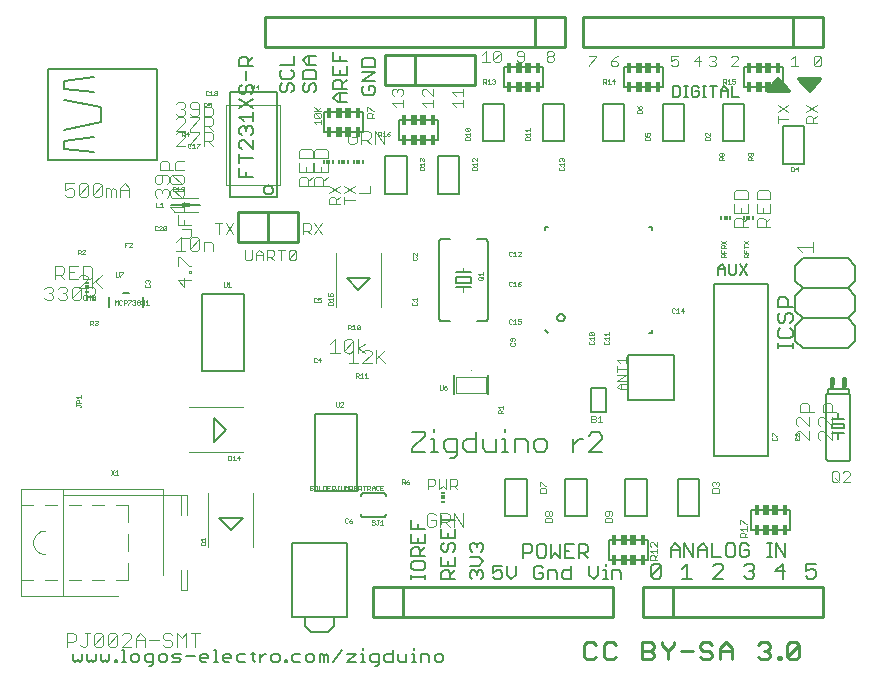
<source format=gto>
G75*
G70*
%OFA0B0*%
%FSLAX24Y24*%
%IPPOS*%
%LPD*%
%AMOC8*
5,1,8,0,0,1.08239X$1,22.5*
%
%ADD10C,0.0120*%
%ADD11C,0.0050*%
%ADD12C,0.0040*%
%ADD13C,0.0060*%
%ADD14C,0.0080*%
%ADD15C,0.0110*%
%ADD16C,0.0030*%
%ADD17C,0.0010*%
%ADD18C,0.0100*%
%ADD19R,0.0118X0.0059*%
%ADD20R,0.0118X0.0118*%
%ADD21R,0.0059X0.0118*%
%ADD22C,0.0020*%
%ADD23C,0.0004*%
%ADD24C,0.0030*%
%ADD25R,0.0150X0.0350*%
%ADD26R,0.0200X0.0350*%
%ADD27C,0.0039*%
%ADD28C,0.0028*%
%ADD29R,0.0276X0.0118*%
%ADD30C,0.0160*%
%ADD31R,0.0160X0.0230*%
D10*
X025400Y019386D02*
X025750Y019786D01*
X026100Y019386D01*
X025400Y019386D01*
X025550Y019536D02*
X025750Y019736D01*
X025900Y019486D01*
X025600Y019486D01*
X025800Y019636D01*
X026450Y019786D02*
X026800Y019386D01*
X027150Y019786D01*
X026450Y019786D01*
X026600Y019686D02*
X027000Y019686D01*
X026800Y019486D01*
X026650Y019786D01*
X026850Y019786D01*
X026800Y019686D02*
X026800Y019636D01*
D11*
X025900Y019501D02*
X024600Y019501D01*
X024600Y020170D01*
X025900Y020170D01*
X025900Y019501D01*
X024604Y018966D02*
X024604Y017706D01*
X023896Y017706D01*
X023896Y018966D01*
X024604Y018966D01*
X024437Y019196D02*
X024204Y019196D01*
X024204Y019547D01*
X024069Y019430D02*
X024069Y019196D01*
X024069Y019372D02*
X023835Y019372D01*
X023835Y019430D02*
X023952Y019547D01*
X024069Y019430D01*
X023835Y019430D02*
X023835Y019196D01*
X023584Y019196D02*
X023584Y019547D01*
X023467Y019547D02*
X023701Y019547D01*
X023338Y019547D02*
X023222Y019547D01*
X023280Y019547D02*
X023280Y019196D01*
X023222Y019196D02*
X023338Y019196D01*
X023087Y019255D02*
X023087Y019372D01*
X022970Y019372D01*
X023087Y019488D02*
X023028Y019547D01*
X022912Y019547D01*
X022853Y019488D01*
X022853Y019255D01*
X022912Y019196D01*
X023028Y019196D01*
X023087Y019255D01*
X022724Y019196D02*
X022608Y019196D01*
X022666Y019196D02*
X022666Y019547D01*
X022608Y019547D02*
X022724Y019547D01*
X022473Y019488D02*
X022473Y019255D01*
X022414Y019196D01*
X022239Y019196D01*
X022239Y019547D01*
X022414Y019547D01*
X022473Y019488D01*
X022604Y018966D02*
X021896Y018966D01*
X021896Y017706D01*
X022604Y017706D01*
X022604Y018966D01*
X021900Y019501D02*
X020600Y019501D01*
X020600Y020170D01*
X021900Y020170D01*
X021900Y019501D01*
X020604Y018966D02*
X019896Y018966D01*
X019896Y017706D01*
X020604Y017706D01*
X020604Y018966D01*
X018604Y018966D02*
X018604Y017706D01*
X017896Y017706D01*
X017896Y018966D01*
X018604Y018966D01*
X017900Y019501D02*
X016600Y019501D01*
X016600Y020170D01*
X017900Y020170D01*
X017900Y019501D01*
X016604Y018966D02*
X016604Y017706D01*
X015896Y017706D01*
X015896Y018966D01*
X016604Y018966D01*
X014400Y018420D02*
X014400Y017751D01*
X013100Y017751D01*
X013100Y018420D01*
X014400Y018420D01*
X014396Y017216D02*
X015104Y017216D01*
X015104Y015956D01*
X014396Y015956D01*
X014396Y017216D01*
X013354Y017216D02*
X012646Y017216D01*
X012646Y015956D01*
X013354Y015956D01*
X013354Y017216D01*
X011900Y018001D02*
X010600Y018001D01*
X010600Y018670D01*
X011900Y018670D01*
X011900Y018001D01*
X011363Y019005D02*
X011063Y019005D01*
X010913Y019156D01*
X011063Y019306D01*
X011363Y019306D01*
X011363Y019466D02*
X010913Y019466D01*
X010913Y019691D01*
X010988Y019766D01*
X011138Y019766D01*
X011213Y019691D01*
X011213Y019466D01*
X011213Y019616D02*
X011363Y019766D01*
X011363Y019926D02*
X011363Y020226D01*
X011363Y020387D02*
X010913Y020387D01*
X010913Y020687D01*
X011138Y020537D02*
X011138Y020387D01*
X010913Y020226D02*
X010913Y019926D01*
X011363Y019926D01*
X011138Y019926D02*
X011138Y020076D01*
X011867Y020026D02*
X012318Y020026D01*
X011867Y019726D01*
X012318Y019726D01*
X012242Y019566D02*
X012092Y019566D01*
X012092Y019416D01*
X011942Y019566D02*
X011867Y019491D01*
X011867Y019340D01*
X011942Y019265D01*
X012242Y019265D01*
X012318Y019340D01*
X012318Y019491D01*
X012242Y019566D01*
X012318Y020186D02*
X011867Y020186D01*
X011867Y020411D01*
X011942Y020486D01*
X012242Y020486D01*
X012318Y020411D01*
X012318Y020186D01*
X011138Y019306D02*
X011138Y019005D01*
X010337Y019410D02*
X010262Y019335D01*
X010337Y019410D02*
X010337Y019560D01*
X010262Y019635D01*
X010187Y019635D01*
X010112Y019560D01*
X010112Y019410D01*
X010036Y019335D01*
X009961Y019335D01*
X009886Y019410D01*
X009886Y019560D01*
X009961Y019635D01*
X009886Y019795D02*
X009886Y020020D01*
X009961Y020095D01*
X010262Y020095D01*
X010337Y020020D01*
X010337Y019795D01*
X009886Y019795D01*
X009587Y019870D02*
X009587Y020020D01*
X009512Y020095D01*
X009587Y020255D02*
X009136Y020255D01*
X009211Y020095D02*
X009136Y020020D01*
X009136Y019870D01*
X009211Y019795D01*
X009512Y019795D01*
X009587Y019870D01*
X009512Y019635D02*
X009587Y019560D01*
X009587Y019410D01*
X009512Y019335D01*
X009362Y019410D02*
X009286Y019335D01*
X009211Y019335D01*
X009136Y019410D01*
X009136Y019560D01*
X009211Y019635D01*
X009362Y019560D02*
X009437Y019635D01*
X009512Y019635D01*
X009362Y019560D02*
X009362Y019410D01*
X009587Y020255D02*
X009587Y020556D01*
X009886Y020406D02*
X010036Y020556D01*
X010337Y020556D01*
X010112Y020556D02*
X010112Y020255D01*
X010036Y020255D02*
X009886Y020406D01*
X010036Y020255D02*
X010337Y020255D01*
X008235Y020209D02*
X007785Y020209D01*
X007785Y020434D01*
X007860Y020509D01*
X008010Y020509D01*
X008085Y020434D01*
X008085Y020209D01*
X008085Y020359D02*
X008235Y020509D01*
X008010Y020049D02*
X008010Y019749D01*
X008085Y019588D02*
X008160Y019588D01*
X008235Y019513D01*
X008235Y019363D01*
X008160Y019288D01*
X008010Y019363D02*
X008010Y019513D01*
X008085Y019588D01*
X007860Y019588D02*
X007785Y019513D01*
X007785Y019363D01*
X007860Y019288D01*
X007935Y019288D01*
X008010Y019363D01*
X008235Y019128D02*
X007785Y018828D01*
X007785Y019128D02*
X008235Y018828D01*
X008235Y018668D02*
X008235Y018367D01*
X008235Y018517D02*
X007785Y018517D01*
X007935Y018367D01*
X007935Y018207D02*
X008010Y018132D01*
X008085Y018207D01*
X008160Y018207D01*
X008235Y018132D01*
X008235Y017982D01*
X008160Y017907D01*
X008235Y017747D02*
X008235Y017447D01*
X007935Y017747D01*
X007860Y017747D01*
X007785Y017672D01*
X007785Y017522D01*
X007860Y017447D01*
X007785Y017286D02*
X007785Y016986D01*
X007785Y017136D02*
X008235Y017136D01*
X008010Y016676D02*
X008010Y016526D01*
X008235Y016526D02*
X007785Y016526D01*
X007785Y016826D01*
X007860Y017907D02*
X007785Y017982D01*
X007785Y018132D01*
X007860Y018207D01*
X007935Y018207D01*
X008010Y018132D02*
X008010Y018057D01*
X005049Y017070D02*
X001407Y017070D01*
X001407Y020101D01*
X005049Y020101D01*
X005049Y017070D01*
X005488Y015586D02*
X006472Y015586D01*
X002933Y017336D02*
X001933Y017461D01*
X001933Y017711D01*
X002933Y017836D01*
X003183Y018336D02*
X001933Y018086D01*
X001933Y019086D02*
X003183Y018836D01*
X003183Y018336D01*
X002933Y019336D02*
X001933Y019461D01*
X001933Y019711D01*
X002933Y019836D01*
X014941Y009901D02*
X014941Y009271D01*
X016059Y009271D02*
X016059Y009901D01*
X017978Y011412D02*
X018077Y011314D01*
X018375Y011836D02*
X018377Y011858D01*
X018383Y011879D01*
X018392Y011898D01*
X018404Y011916D01*
X018420Y011932D01*
X018437Y011944D01*
X018457Y011953D01*
X018478Y011959D01*
X018500Y011961D01*
X018522Y011959D01*
X018543Y011953D01*
X018562Y011944D01*
X018580Y011932D01*
X018596Y011916D01*
X018608Y011898D01*
X018617Y011879D01*
X018623Y011858D01*
X018625Y011836D01*
X018623Y011814D01*
X018617Y011793D01*
X018608Y011774D01*
X018596Y011756D01*
X018580Y011740D01*
X018563Y011728D01*
X018543Y011719D01*
X018522Y011713D01*
X018500Y011711D01*
X018478Y011713D01*
X018457Y011719D01*
X018437Y011728D01*
X018420Y011740D01*
X018404Y011756D01*
X018392Y011773D01*
X018383Y011793D01*
X018377Y011814D01*
X018375Y011836D01*
X020736Y010599D02*
X022264Y010599D01*
X022264Y009072D01*
X020736Y009072D01*
X020736Y010599D01*
X021423Y011314D02*
X021522Y011314D01*
X021522Y011412D01*
X019996Y009479D02*
X019504Y009479D01*
X019504Y008692D01*
X019996Y008692D01*
X019996Y009479D01*
X019354Y006466D02*
X018646Y006466D01*
X018646Y005206D01*
X019354Y005206D01*
X019354Y006466D01*
X020646Y006466D02*
X020646Y005206D01*
X021354Y005206D01*
X021354Y006466D01*
X020646Y006466D01*
X022396Y006466D02*
X022396Y005206D01*
X023104Y005206D01*
X023104Y006466D01*
X022396Y006466D01*
X024850Y005420D02*
X024850Y004751D01*
X026150Y004751D01*
X026150Y005420D01*
X024850Y005420D01*
X024683Y004304D02*
X024533Y004304D01*
X024458Y004229D01*
X024458Y003928D01*
X024533Y003853D01*
X024683Y003853D01*
X024758Y003928D01*
X024758Y004079D01*
X024608Y004079D01*
X024758Y004229D02*
X024683Y004304D01*
X024297Y004229D02*
X024297Y003928D01*
X024222Y003853D01*
X024072Y003853D01*
X023997Y003928D01*
X023997Y004229D01*
X024072Y004304D01*
X024222Y004304D01*
X024297Y004229D01*
X023837Y003853D02*
X023537Y003853D01*
X023537Y004304D01*
X023377Y004154D02*
X023377Y003853D01*
X023377Y004079D02*
X023076Y004079D01*
X023076Y004154D02*
X023226Y004304D01*
X023377Y004154D01*
X023076Y004154D02*
X023076Y003853D01*
X022916Y003853D02*
X022916Y004304D01*
X022616Y004304D02*
X022916Y003853D01*
X022616Y003853D02*
X022616Y004304D01*
X022456Y004154D02*
X022456Y003853D01*
X022456Y004079D02*
X022156Y004079D01*
X022156Y004154D02*
X022306Y004304D01*
X022456Y004154D01*
X022156Y004154D02*
X022156Y003853D01*
X021400Y003751D02*
X020100Y003751D01*
X020100Y004420D01*
X021400Y004420D01*
X021400Y003751D01*
X020519Y003331D02*
X020519Y003105D01*
X020519Y003331D02*
X020444Y003406D01*
X020218Y003406D01*
X020218Y003105D01*
X020062Y003105D02*
X019911Y003105D01*
X019987Y003105D02*
X019987Y003406D01*
X019911Y003406D01*
X019987Y003556D02*
X019987Y003631D01*
X019751Y003556D02*
X019751Y003256D01*
X019601Y003105D01*
X019451Y003256D01*
X019451Y003556D01*
X019387Y003831D02*
X019237Y003981D01*
X019312Y003981D02*
X019087Y003981D01*
X019087Y003831D02*
X019087Y004281D01*
X019312Y004281D01*
X019387Y004206D01*
X019387Y004056D01*
X019312Y003981D01*
X018926Y003831D02*
X018626Y003831D01*
X018626Y004281D01*
X018926Y004281D01*
X018776Y004056D02*
X018626Y004056D01*
X018466Y003831D02*
X018466Y004281D01*
X018166Y004281D02*
X018166Y003831D01*
X018316Y003981D01*
X018466Y003831D01*
X018006Y003906D02*
X018006Y004206D01*
X017931Y004281D01*
X017780Y004281D01*
X017705Y004206D01*
X017705Y003906D01*
X017780Y003831D01*
X017931Y003831D01*
X018006Y003906D01*
X017835Y003556D02*
X017685Y003556D01*
X017609Y003481D01*
X017609Y003180D01*
X017685Y003105D01*
X017835Y003105D01*
X017910Y003180D01*
X017910Y003331D01*
X017760Y003331D01*
X017910Y003481D02*
X017835Y003556D01*
X018070Y003406D02*
X018295Y003406D01*
X018370Y003331D01*
X018370Y003105D01*
X018530Y003180D02*
X018530Y003331D01*
X018605Y003406D01*
X018831Y003406D01*
X018831Y003556D02*
X018831Y003105D01*
X018605Y003105D01*
X018530Y003180D01*
X018070Y003105D02*
X018070Y003406D01*
X017470Y003981D02*
X017245Y003981D01*
X017245Y003831D02*
X017245Y004281D01*
X017470Y004281D01*
X017545Y004206D01*
X017545Y004056D01*
X017470Y003981D01*
X016989Y003556D02*
X016989Y003256D01*
X016839Y003105D01*
X016689Y003256D01*
X016689Y003556D01*
X016529Y003556D02*
X016228Y003556D01*
X016228Y003331D01*
X016378Y003406D01*
X016453Y003406D01*
X016529Y003331D01*
X016529Y003180D01*
X016453Y003105D01*
X016303Y003105D01*
X016228Y003180D01*
X015913Y003180D02*
X015838Y003105D01*
X015913Y003180D02*
X015913Y003331D01*
X015838Y003406D01*
X015763Y003406D01*
X015688Y003331D01*
X015688Y003256D01*
X015688Y003331D02*
X015613Y003406D01*
X015538Y003406D01*
X015463Y003331D01*
X015463Y003180D01*
X015538Y003105D01*
X015463Y003566D02*
X015763Y003566D01*
X015913Y003716D01*
X015763Y003866D01*
X015463Y003866D01*
X015538Y004026D02*
X015463Y004101D01*
X015463Y004251D01*
X015538Y004326D01*
X015613Y004326D01*
X015688Y004251D01*
X015763Y004326D01*
X015838Y004326D01*
X015913Y004251D01*
X015913Y004101D01*
X015838Y004026D01*
X015688Y004176D02*
X015688Y004251D01*
X014963Y004251D02*
X014963Y004101D01*
X014888Y004026D01*
X014738Y004101D02*
X014738Y004251D01*
X014813Y004326D01*
X014888Y004326D01*
X014963Y004251D01*
X014963Y004487D02*
X014513Y004487D01*
X014513Y004787D01*
X014513Y004947D02*
X014513Y005247D01*
X014513Y005097D02*
X014963Y005097D01*
X014963Y004787D02*
X014963Y004487D01*
X014738Y004487D02*
X014738Y004637D01*
X014588Y004326D02*
X014513Y004251D01*
X014513Y004101D01*
X014588Y004026D01*
X014663Y004026D01*
X014738Y004101D01*
X014513Y003866D02*
X014513Y003566D01*
X014963Y003566D01*
X014963Y003866D01*
X014738Y003716D02*
X014738Y003566D01*
X014738Y003406D02*
X014813Y003331D01*
X014813Y003105D01*
X014963Y003105D02*
X014513Y003105D01*
X014513Y003331D01*
X014588Y003406D01*
X014738Y003406D01*
X014813Y003256D02*
X014963Y003406D01*
X013963Y003487D02*
X013963Y003638D01*
X013888Y003713D01*
X013588Y003713D01*
X013513Y003638D01*
X013513Y003487D01*
X013588Y003412D01*
X013888Y003412D01*
X013963Y003487D01*
X013963Y003256D02*
X013963Y003105D01*
X013963Y003180D02*
X013513Y003180D01*
X013513Y003105D02*
X013513Y003256D01*
X013513Y003873D02*
X013513Y004098D01*
X013588Y004173D01*
X013738Y004173D01*
X013813Y004098D01*
X013813Y003873D01*
X013813Y004023D02*
X013963Y004173D01*
X013963Y004333D02*
X013963Y004633D01*
X013963Y004793D02*
X013513Y004793D01*
X013513Y005094D01*
X013738Y004944D02*
X013738Y004793D01*
X013513Y004633D02*
X013513Y004333D01*
X013963Y004333D01*
X013738Y004333D02*
X013738Y004483D01*
X013963Y003873D02*
X013513Y003873D01*
X011356Y004306D02*
X009544Y004306D01*
X009544Y001865D01*
X009978Y001865D01*
X009978Y001550D01*
X010174Y001353D01*
X010726Y001353D01*
X010922Y001550D01*
X010922Y001865D01*
X009978Y001865D01*
X010922Y001865D02*
X011356Y001865D01*
X011356Y004306D01*
X016646Y005206D02*
X016646Y006466D01*
X017354Y006466D01*
X017354Y005206D01*
X016646Y005206D01*
X025378Y004304D02*
X025528Y004304D01*
X025453Y004304D02*
X025453Y003853D01*
X025378Y003853D02*
X025528Y003853D01*
X025685Y003853D02*
X025685Y004304D01*
X025985Y003853D01*
X025985Y004304D01*
X021522Y014759D02*
X021522Y014857D01*
X021423Y014857D01*
X018077Y014857D02*
X017978Y014857D01*
X017978Y014759D01*
X025896Y016956D02*
X025896Y018216D01*
X026604Y018216D01*
X026604Y016956D01*
X025896Y016956D01*
D12*
X002020Y001316D02*
X002020Y000856D01*
X002020Y001009D02*
X002250Y001009D01*
X002327Y001086D01*
X002327Y001239D01*
X002250Y001316D01*
X002020Y001316D01*
X002480Y000932D02*
X002557Y000856D01*
X002634Y000856D01*
X002711Y000932D01*
X002711Y001316D01*
X002787Y001316D02*
X002634Y001316D01*
X002941Y001239D02*
X002941Y000932D01*
X003248Y001239D01*
X003248Y000932D01*
X003171Y000856D01*
X003018Y000856D01*
X002941Y000932D01*
X002941Y001239D02*
X003018Y001316D01*
X003171Y001316D01*
X003248Y001239D01*
X003401Y001239D02*
X003478Y001316D01*
X003631Y001316D01*
X003708Y001239D01*
X003401Y000932D01*
X003478Y000856D01*
X003631Y000856D01*
X003708Y000932D01*
X003708Y001239D01*
X003862Y001239D02*
X003938Y001316D01*
X004092Y001316D01*
X004168Y001239D01*
X004168Y001163D01*
X003862Y000856D01*
X004168Y000856D01*
X004322Y000856D02*
X004322Y001163D01*
X004475Y001316D01*
X004629Y001163D01*
X004629Y000856D01*
X004629Y001086D02*
X004322Y001086D01*
X004782Y001086D02*
X005089Y001086D01*
X005243Y001163D02*
X005319Y001086D01*
X005473Y001086D01*
X005550Y001009D01*
X005550Y000932D01*
X005473Y000856D01*
X005319Y000856D01*
X005243Y000932D01*
X005243Y001163D02*
X005243Y001239D01*
X005319Y001316D01*
X005473Y001316D01*
X005550Y001239D01*
X005703Y001316D02*
X005857Y001163D01*
X006010Y001316D01*
X006010Y000856D01*
X005703Y000856D02*
X005703Y001316D01*
X006164Y001316D02*
X006470Y001316D01*
X006317Y001316D02*
X006317Y000856D01*
X003401Y000932D02*
X003401Y001239D01*
X006750Y004196D02*
X006750Y005976D01*
X008250Y005976D02*
X008250Y004196D01*
X007890Y007336D02*
X006110Y007336D01*
X006110Y008836D02*
X007890Y008836D01*
X010816Y010656D02*
X011122Y010656D01*
X010969Y010656D02*
X010969Y011116D01*
X010816Y010963D01*
X011276Y011039D02*
X011276Y010732D01*
X011583Y011039D01*
X011583Y010732D01*
X011506Y010656D01*
X011353Y010656D01*
X011276Y010732D01*
X011420Y010613D02*
X011573Y010766D01*
X011573Y010306D01*
X011420Y010306D02*
X011727Y010306D01*
X011880Y010306D02*
X012187Y010613D01*
X012187Y010689D01*
X012111Y010766D01*
X011957Y010766D01*
X011880Y010689D01*
X011967Y010656D02*
X011736Y010809D01*
X011967Y010963D01*
X011736Y011116D02*
X011736Y010656D01*
X011880Y010306D02*
X012187Y010306D01*
X012341Y010306D02*
X012341Y010766D01*
X012418Y010536D02*
X012648Y010306D01*
X012341Y010459D02*
X012648Y010766D01*
X011583Y011039D02*
X011506Y011116D01*
X011353Y011116D01*
X011276Y011039D01*
X011000Y012196D02*
X011000Y013976D01*
X009672Y014036D02*
X009672Y013796D01*
X009612Y013736D01*
X009492Y013736D01*
X009432Y013796D01*
X009672Y014036D01*
X009612Y014096D01*
X009492Y014096D01*
X009432Y014036D01*
X009432Y013796D01*
X009183Y013736D02*
X009183Y014096D01*
X009063Y014096D02*
X009304Y014096D01*
X008935Y014036D02*
X008935Y013916D01*
X008875Y013856D01*
X008695Y013856D01*
X008815Y013856D02*
X008935Y013736D01*
X008695Y013736D02*
X008695Y014096D01*
X008875Y014096D01*
X008935Y014036D01*
X008567Y013976D02*
X008567Y013736D01*
X008567Y013916D02*
X008327Y013916D01*
X008327Y013976D02*
X008327Y013736D01*
X008199Y013796D02*
X008199Y014096D01*
X008327Y013976D02*
X008447Y014096D01*
X008567Y013976D01*
X008199Y013796D02*
X008139Y013736D01*
X008018Y013736D01*
X007958Y013796D01*
X007958Y014096D01*
X006898Y014056D02*
X006898Y014286D01*
X006821Y014363D01*
X006591Y014363D01*
X006591Y014056D01*
X006437Y014132D02*
X006361Y014056D01*
X006207Y014056D01*
X006130Y014132D01*
X006437Y014439D01*
X006437Y014132D01*
X006130Y014132D02*
X006130Y014439D01*
X006207Y014516D01*
X006361Y014516D01*
X006437Y014439D01*
X006180Y014544D02*
X006180Y014774D01*
X005873Y014774D01*
X005950Y014927D02*
X005950Y015081D01*
X006180Y014927D02*
X005720Y014927D01*
X005720Y015234D01*
X005623Y015364D02*
X005470Y015517D01*
X005930Y015517D01*
X005930Y015364D02*
X005930Y015671D01*
X005853Y015824D02*
X005546Y015824D01*
X005470Y015901D01*
X005470Y016055D01*
X005546Y016131D01*
X005853Y015824D01*
X005930Y015901D01*
X005930Y016055D01*
X005853Y016131D01*
X005546Y016131D01*
X005430Y016055D02*
X005430Y015901D01*
X005353Y015824D01*
X005200Y015978D02*
X005200Y016055D01*
X005277Y016131D01*
X005353Y016131D01*
X005430Y016055D01*
X005200Y016055D02*
X005123Y016131D01*
X005046Y016131D01*
X004970Y016055D01*
X004970Y015901D01*
X005046Y015824D01*
X005046Y016285D02*
X005123Y016285D01*
X005200Y016362D01*
X005200Y016592D01*
X005353Y016592D02*
X005046Y016592D01*
X004970Y016515D01*
X004970Y016362D01*
X005046Y016285D01*
X005353Y016285D02*
X005430Y016362D01*
X005430Y016515D01*
X005353Y016592D01*
X005470Y016515D02*
X005546Y016592D01*
X005853Y016285D01*
X005930Y016362D01*
X005930Y016515D01*
X005853Y016592D01*
X005546Y016592D01*
X005470Y016515D02*
X005470Y016362D01*
X005546Y016285D01*
X005853Y016285D01*
X005930Y016745D02*
X005623Y016745D01*
X005623Y016975D01*
X005700Y017052D01*
X005930Y017052D01*
X005583Y016745D02*
X005123Y016745D01*
X005123Y016975D01*
X005200Y017052D01*
X005353Y017052D01*
X005430Y016975D01*
X005430Y016745D01*
X005670Y017556D02*
X005977Y017863D01*
X005977Y017939D01*
X005900Y018016D01*
X005747Y018016D01*
X005670Y017939D01*
X005670Y018056D02*
X005977Y018363D01*
X005977Y018439D01*
X005900Y018516D01*
X005747Y018516D01*
X005670Y018439D01*
X005747Y018556D02*
X005670Y018632D01*
X005747Y018556D02*
X005900Y018556D01*
X005977Y018632D01*
X005977Y018709D01*
X005900Y018786D01*
X005823Y018786D01*
X005900Y018786D02*
X005977Y018863D01*
X005977Y018939D01*
X005900Y019016D01*
X005747Y019016D01*
X005670Y018939D01*
X006130Y018939D02*
X006130Y018863D01*
X006207Y018786D01*
X006437Y018786D01*
X006437Y018939D02*
X006361Y019016D01*
X006207Y019016D01*
X006130Y018939D01*
X006437Y018939D02*
X006437Y018632D01*
X006361Y018556D01*
X006207Y018556D01*
X006130Y018632D01*
X006130Y018516D02*
X006437Y018516D01*
X006437Y018439D01*
X006130Y018132D01*
X006130Y018056D01*
X006130Y018016D02*
X006437Y018016D01*
X006437Y017939D01*
X006130Y017632D01*
X006130Y017556D01*
X005977Y017556D02*
X005670Y017556D01*
X005670Y018056D02*
X005977Y018056D01*
X006591Y018056D02*
X006591Y018516D01*
X006821Y018516D01*
X006898Y018439D01*
X006898Y018286D01*
X006821Y018209D01*
X006591Y018209D01*
X006744Y018209D02*
X006898Y018056D01*
X006821Y018016D02*
X006898Y017939D01*
X006898Y017786D01*
X006821Y017709D01*
X006591Y017709D01*
X006744Y017709D02*
X006898Y017556D01*
X006591Y017556D02*
X006591Y018016D01*
X006821Y018016D01*
X006591Y018402D02*
X006591Y018863D01*
X006821Y018863D01*
X006898Y018786D01*
X006898Y018632D01*
X006821Y018556D01*
X006591Y018556D01*
X004117Y016163D02*
X003963Y016316D01*
X003810Y016163D01*
X003810Y015856D01*
X003656Y015856D02*
X003656Y016086D01*
X003579Y016163D01*
X003503Y016086D01*
X003503Y015856D01*
X003349Y015856D02*
X003349Y016163D01*
X003426Y016163D01*
X003503Y016086D01*
X003810Y016086D02*
X004117Y016086D01*
X004117Y016163D02*
X004117Y015856D01*
X003196Y015932D02*
X003119Y015856D01*
X002966Y015856D01*
X002889Y015932D01*
X003196Y016239D01*
X003196Y015932D01*
X002889Y015932D02*
X002889Y016239D01*
X002966Y016316D01*
X003119Y016316D01*
X003196Y016239D01*
X002735Y016239D02*
X002735Y015932D01*
X002659Y015856D01*
X002505Y015856D01*
X002428Y015932D01*
X002735Y016239D01*
X002659Y016316D01*
X002505Y016316D01*
X002428Y016239D01*
X002428Y015932D01*
X002275Y015932D02*
X002275Y016086D01*
X002198Y016163D01*
X002121Y016163D01*
X001968Y016086D01*
X001968Y016316D01*
X002275Y016316D01*
X002275Y015932D02*
X002198Y015856D01*
X002045Y015856D01*
X001968Y015932D01*
X001869Y013566D02*
X001639Y013566D01*
X001639Y013106D01*
X001639Y013259D02*
X001869Y013259D01*
X001946Y013336D01*
X001946Y013489D01*
X001869Y013566D01*
X002099Y013566D02*
X002099Y013106D01*
X002406Y013106D01*
X002420Y013189D02*
X002497Y013266D01*
X002650Y013266D01*
X002727Y013189D01*
X002727Y013113D01*
X002420Y012806D01*
X002727Y012806D01*
X002660Y012866D02*
X002660Y012406D01*
X002660Y012559D02*
X002890Y012559D01*
X002967Y012636D01*
X002967Y012789D01*
X002890Y012866D01*
X002660Y012866D01*
X002506Y012789D02*
X002199Y012482D01*
X002276Y012406D01*
X002429Y012406D01*
X002506Y012482D01*
X002506Y012789D01*
X002429Y012866D01*
X002276Y012866D01*
X002199Y012789D01*
X002199Y012482D01*
X002046Y012482D02*
X001969Y012406D01*
X001816Y012406D01*
X001739Y012482D01*
X001585Y012482D02*
X001509Y012406D01*
X001355Y012406D01*
X001278Y012482D01*
X001432Y012636D02*
X001509Y012636D01*
X001585Y012559D01*
X001585Y012482D01*
X001509Y012636D02*
X001585Y012713D01*
X001585Y012789D01*
X001509Y012866D01*
X001355Y012866D01*
X001278Y012789D01*
X001739Y012789D02*
X001816Y012866D01*
X001969Y012866D01*
X002046Y012789D01*
X002046Y012713D01*
X001969Y012636D01*
X002046Y012559D01*
X002046Y012482D01*
X001969Y012636D02*
X001892Y012636D01*
X001946Y013106D02*
X001792Y013259D01*
X002099Y013336D02*
X002253Y013336D01*
X002406Y013566D02*
X002099Y013566D01*
X002560Y013566D02*
X002790Y013566D01*
X002867Y013489D01*
X002867Y013182D01*
X002790Y013106D01*
X002560Y013106D01*
X002560Y013566D01*
X002880Y013266D02*
X002880Y012806D01*
X002880Y012959D02*
X003187Y013266D01*
X002957Y013036D02*
X003187Y012806D01*
X002813Y012559D02*
X002967Y012406D01*
X005720Y013086D02*
X005950Y012856D01*
X005950Y013163D01*
X006103Y013316D02*
X006103Y013393D01*
X006180Y013393D01*
X006180Y013316D01*
X006103Y013316D01*
X006103Y013546D02*
X006180Y013546D01*
X006103Y013546D02*
X005796Y013853D01*
X005720Y013853D01*
X005720Y013546D01*
X005720Y013086D02*
X006180Y013086D01*
X005977Y014056D02*
X005670Y014056D01*
X005823Y014056D02*
X005823Y014516D01*
X005670Y014363D01*
X005873Y014467D02*
X006103Y014467D01*
X006180Y014544D01*
X009770Y016224D02*
X009770Y016455D01*
X009846Y016531D01*
X010000Y016531D01*
X010077Y016455D01*
X010077Y016224D01*
X010230Y016224D02*
X009770Y016224D01*
X010077Y016378D02*
X010230Y016531D01*
X010270Y016455D02*
X010346Y016531D01*
X010500Y016531D01*
X010577Y016455D01*
X010577Y016224D01*
X010730Y016224D02*
X010270Y016224D01*
X010270Y016455D01*
X010270Y016685D02*
X010730Y016685D01*
X010730Y016992D01*
X010730Y017145D02*
X010730Y017375D01*
X010653Y017452D01*
X010346Y017452D01*
X010270Y017375D01*
X010270Y017145D01*
X010730Y017145D01*
X010500Y016838D02*
X010500Y016685D01*
X010270Y016685D02*
X010270Y016992D01*
X010230Y016992D02*
X010230Y016685D01*
X009770Y016685D01*
X009770Y016992D01*
X009770Y017145D02*
X009770Y017375D01*
X009846Y017452D01*
X010153Y017452D01*
X010230Y017375D01*
X010230Y017145D01*
X009770Y017145D01*
X010000Y016838D02*
X010000Y016685D01*
X010577Y016378D02*
X010730Y016531D01*
X010770Y016227D02*
X011130Y015987D01*
X011130Y015859D02*
X011010Y015739D01*
X011010Y015799D02*
X011010Y015619D01*
X011130Y015619D02*
X010770Y015619D01*
X010770Y015799D01*
X010830Y015859D01*
X010950Y015859D01*
X011010Y015799D01*
X011270Y015739D02*
X011630Y015739D01*
X011630Y015987D02*
X011270Y016227D01*
X011130Y016227D02*
X010770Y015987D01*
X011270Y015987D02*
X011630Y016227D01*
X011770Y015987D02*
X012130Y015987D01*
X012130Y016227D01*
X011270Y015859D02*
X011270Y015619D01*
X012500Y013976D02*
X012500Y012196D01*
X012617Y017606D02*
X012617Y018066D01*
X012310Y018066D02*
X012617Y017606D01*
X012310Y017606D02*
X012310Y018066D01*
X012156Y017989D02*
X012156Y017836D01*
X012079Y017759D01*
X011849Y017759D01*
X011849Y017606D02*
X011849Y018066D01*
X012079Y018066D01*
X012156Y017989D01*
X012003Y017759D02*
X012156Y017606D01*
X011696Y017682D02*
X011696Y017836D01*
X011542Y017836D01*
X011389Y017989D02*
X011389Y017682D01*
X011466Y017606D01*
X011619Y017606D01*
X011696Y017682D01*
X011696Y017989D02*
X011619Y018066D01*
X011466Y018066D01*
X011389Y017989D01*
X012870Y018976D02*
X013230Y018976D01*
X013230Y018856D02*
X013230Y019096D01*
X013170Y019224D02*
X013230Y019284D01*
X013230Y019404D01*
X013170Y019464D01*
X013110Y019464D01*
X013050Y019404D01*
X013050Y019344D01*
X013050Y019404D02*
X012990Y019464D01*
X012930Y019464D01*
X012870Y019404D01*
X012870Y019284D01*
X012930Y019224D01*
X012870Y018976D02*
X012990Y018856D01*
X013870Y018976D02*
X014230Y018976D01*
X014230Y018856D02*
X014230Y019096D01*
X014230Y019224D02*
X013990Y019464D01*
X013930Y019464D01*
X013870Y019404D01*
X013870Y019284D01*
X013930Y019224D01*
X013870Y018976D02*
X013990Y018856D01*
X014230Y019224D02*
X014230Y019464D01*
X014870Y019344D02*
X015230Y019344D01*
X015230Y019224D02*
X015230Y019464D01*
X014990Y019224D02*
X014870Y019344D01*
X014870Y018976D02*
X015230Y018976D01*
X015230Y018856D02*
X015230Y019096D01*
X014990Y018856D02*
X014870Y018976D01*
X015880Y020356D02*
X016120Y020356D01*
X016000Y020356D02*
X016000Y020716D01*
X015880Y020596D01*
X016248Y020656D02*
X016248Y020416D01*
X016489Y020656D01*
X016489Y020416D01*
X016428Y020356D01*
X016308Y020356D01*
X016248Y020416D01*
X016248Y020656D02*
X016308Y020716D01*
X016428Y020716D01*
X016489Y020656D01*
X017020Y020656D02*
X017020Y020596D01*
X017080Y020536D01*
X017260Y020536D01*
X017260Y020656D02*
X017200Y020716D01*
X017080Y020716D01*
X017020Y020656D01*
X017260Y020656D02*
X017260Y020416D01*
X017200Y020356D01*
X017080Y020356D01*
X017020Y020416D01*
X018020Y020416D02*
X018020Y020476D01*
X018080Y020536D01*
X018200Y020536D01*
X018260Y020476D01*
X018260Y020416D01*
X018200Y020356D01*
X018080Y020356D01*
X018020Y020416D01*
X018080Y020536D02*
X018020Y020596D01*
X018020Y020656D01*
X018080Y020716D01*
X018200Y020716D01*
X018260Y020656D01*
X018260Y020596D01*
X018200Y020536D01*
X019420Y020566D02*
X019660Y020566D01*
X019660Y020506D01*
X019420Y020266D01*
X019420Y020206D01*
X020170Y020266D02*
X020230Y020206D01*
X020350Y020206D01*
X020410Y020266D01*
X020410Y020326D01*
X020350Y020386D01*
X020170Y020386D01*
X020170Y020266D01*
X020170Y020386D02*
X020290Y020506D01*
X020410Y020566D01*
X022170Y020566D02*
X022170Y020386D01*
X022290Y020446D01*
X022350Y020446D01*
X022410Y020386D01*
X022410Y020266D01*
X022350Y020206D01*
X022230Y020206D01*
X022170Y020266D01*
X022170Y020566D02*
X022410Y020566D01*
X022920Y020386D02*
X023160Y020386D01*
X023100Y020206D02*
X023100Y020566D01*
X022920Y020386D01*
X023420Y020506D02*
X023480Y020566D01*
X023600Y020566D01*
X023660Y020506D01*
X023660Y020446D01*
X023600Y020386D01*
X023660Y020326D01*
X023660Y020266D01*
X023600Y020206D01*
X023480Y020206D01*
X023420Y020266D01*
X023540Y020386D02*
X023600Y020386D01*
X024170Y020506D02*
X024230Y020566D01*
X024350Y020566D01*
X024410Y020506D01*
X024410Y020446D01*
X024170Y020206D01*
X024410Y020206D01*
X025721Y018923D02*
X026082Y018682D01*
X026082Y018434D02*
X025721Y018434D01*
X025721Y018314D02*
X025721Y018554D01*
X025721Y018682D02*
X026082Y018923D01*
X026670Y018927D02*
X027030Y018687D01*
X027030Y018559D02*
X026910Y018439D01*
X026910Y018499D02*
X026910Y018319D01*
X027030Y018319D02*
X026670Y018319D01*
X026670Y018499D01*
X026730Y018559D01*
X026850Y018559D01*
X026910Y018499D01*
X026670Y018687D02*
X027030Y018927D01*
X026980Y020206D02*
X026920Y020266D01*
X027160Y020506D01*
X027160Y020266D01*
X027100Y020206D01*
X026980Y020206D01*
X026920Y020266D02*
X026920Y020506D01*
X026980Y020566D01*
X027100Y020566D01*
X027160Y020506D01*
X026410Y020206D02*
X026170Y020206D01*
X026290Y020206D02*
X026290Y020566D01*
X026170Y020446D01*
X025403Y016083D02*
X025096Y016083D01*
X025020Y016007D01*
X025020Y015776D01*
X025480Y015776D01*
X025480Y016007D01*
X025403Y016083D01*
X025480Y015623D02*
X025480Y015316D01*
X025020Y015316D01*
X025020Y015623D01*
X025250Y015469D02*
X025250Y015316D01*
X025250Y015163D02*
X025096Y015163D01*
X025020Y015086D01*
X025020Y014856D01*
X025480Y014856D01*
X025327Y014856D02*
X025327Y015086D01*
X025250Y015163D01*
X025327Y015009D02*
X025480Y015163D01*
X024730Y015163D02*
X024577Y015009D01*
X024577Y015086D02*
X024577Y014856D01*
X024730Y014856D02*
X024270Y014856D01*
X024270Y015086D01*
X024346Y015163D01*
X024500Y015163D01*
X024577Y015086D01*
X024500Y015316D02*
X024500Y015469D01*
X024730Y015316D02*
X024730Y015623D01*
X024730Y015776D02*
X024730Y016007D01*
X024653Y016083D01*
X024346Y016083D01*
X024270Y016007D01*
X024270Y015776D01*
X024730Y015776D01*
X024730Y015316D02*
X024270Y015316D01*
X024270Y015623D01*
X026379Y014189D02*
X026550Y014018D01*
X026379Y014189D02*
X026891Y014189D01*
X026891Y014359D02*
X026891Y014018D01*
X026703Y008983D02*
X026550Y008983D01*
X026473Y008907D01*
X026473Y008676D01*
X026933Y008676D01*
X026780Y008676D02*
X026780Y008907D01*
X026703Y008983D01*
X026780Y008523D02*
X026780Y008216D01*
X026473Y008523D01*
X026396Y008523D01*
X026320Y008446D01*
X026320Y008293D01*
X026396Y008216D01*
X026396Y008063D02*
X026320Y007986D01*
X026320Y007832D01*
X026396Y007756D01*
X026396Y008063D02*
X026473Y008063D01*
X026780Y007756D01*
X026780Y008063D01*
X027070Y007986D02*
X027070Y007832D01*
X027146Y007756D01*
X027070Y007986D02*
X027146Y008063D01*
X027223Y008063D01*
X027530Y007756D01*
X027530Y008063D01*
X027530Y008216D02*
X027223Y008523D01*
X027146Y008523D01*
X027070Y008446D01*
X027070Y008293D01*
X027146Y008216D01*
X027530Y008216D02*
X027530Y008523D01*
X027530Y008676D02*
X027530Y008907D01*
X027453Y008983D01*
X027300Y008983D01*
X027223Y008907D01*
X027223Y008676D01*
X027683Y008676D01*
X027700Y006716D02*
X027760Y006656D01*
X027760Y006416D01*
X027700Y006356D01*
X027580Y006356D01*
X027520Y006416D01*
X027520Y006656D01*
X027580Y006716D01*
X027700Y006716D01*
X027888Y006656D02*
X027948Y006716D01*
X028068Y006716D01*
X028129Y006656D01*
X028129Y006596D01*
X027888Y006356D01*
X028129Y006356D01*
X027760Y006356D02*
X027640Y006476D01*
X015248Y005316D02*
X015248Y004856D01*
X014941Y005316D01*
X014941Y004856D01*
X014787Y004856D02*
X014634Y005009D01*
X014711Y005009D02*
X014480Y005009D01*
X014480Y004856D02*
X014480Y005316D01*
X014711Y005316D01*
X014787Y005239D01*
X014787Y005086D01*
X014711Y005009D01*
X014327Y004932D02*
X014327Y005086D01*
X014173Y005086D01*
X014020Y005239D02*
X014020Y004932D01*
X014097Y004856D01*
X014250Y004856D01*
X014327Y004932D01*
X014327Y005239D02*
X014250Y005316D01*
X014097Y005316D01*
X014020Y005239D01*
X014070Y006106D02*
X014070Y006466D01*
X014250Y006466D01*
X014310Y006406D01*
X014310Y006286D01*
X014250Y006226D01*
X014070Y006226D01*
X014438Y006106D02*
X014438Y006466D01*
X014679Y006466D02*
X014679Y006106D01*
X014558Y006226D01*
X014438Y006106D01*
X014807Y006106D02*
X014807Y006466D01*
X014987Y006466D01*
X015047Y006406D01*
X015047Y006286D01*
X014987Y006226D01*
X014807Y006226D01*
X014927Y006226D02*
X015047Y006106D01*
D13*
X014925Y007152D02*
X015031Y007259D01*
X015031Y007793D01*
X014711Y007793D01*
X014604Y007686D01*
X014604Y007472D01*
X014711Y007366D01*
X015031Y007366D01*
X014925Y007152D02*
X014818Y007152D01*
X014388Y007366D02*
X014175Y007366D01*
X014281Y007366D02*
X014281Y007793D01*
X014175Y007793D01*
X014281Y008006D02*
X014281Y008113D01*
X013957Y008006D02*
X013957Y007899D01*
X013530Y007472D01*
X013530Y007366D01*
X013957Y007366D01*
X013957Y008006D02*
X013530Y008006D01*
X015249Y007686D02*
X015249Y007472D01*
X015356Y007366D01*
X015676Y007366D01*
X015676Y008006D01*
X015676Y007793D02*
X015356Y007793D01*
X015249Y007686D01*
X015893Y007793D02*
X015893Y007472D01*
X016000Y007366D01*
X016320Y007366D01*
X016320Y007793D01*
X016538Y007793D02*
X016645Y007793D01*
X016645Y007366D01*
X016751Y007366D02*
X016538Y007366D01*
X016968Y007366D02*
X016968Y007793D01*
X017288Y007793D01*
X017395Y007686D01*
X017395Y007366D01*
X017612Y007472D02*
X017719Y007366D01*
X017932Y007366D01*
X018039Y007472D01*
X018039Y007686D01*
X017932Y007793D01*
X017719Y007793D01*
X017612Y007686D01*
X017612Y007472D01*
X016645Y008006D02*
X016645Y008113D01*
X018901Y007793D02*
X018901Y007366D01*
X018901Y007579D02*
X019115Y007793D01*
X019222Y007793D01*
X019438Y007899D02*
X019545Y008006D01*
X019759Y008006D01*
X019865Y007899D01*
X019865Y007793D01*
X019438Y007366D01*
X019865Y007366D01*
X021594Y003621D02*
X021761Y003621D01*
X021844Y003537D01*
X021511Y003204D01*
X021594Y003120D01*
X021761Y003120D01*
X021844Y003204D01*
X021844Y003537D01*
X021594Y003621D02*
X021511Y003537D01*
X021511Y003204D01*
X022542Y003120D02*
X022875Y003120D01*
X022709Y003120D02*
X022709Y003621D01*
X022542Y003454D01*
X023573Y003537D02*
X023657Y003621D01*
X023823Y003621D01*
X023907Y003537D01*
X023907Y003454D01*
X023573Y003120D01*
X023907Y003120D01*
X024604Y003204D02*
X024688Y003120D01*
X024855Y003120D01*
X024938Y003204D01*
X024938Y003287D01*
X024855Y003371D01*
X024771Y003371D01*
X024855Y003371D02*
X024938Y003454D01*
X024938Y003537D01*
X024855Y003621D01*
X024688Y003621D01*
X024604Y003537D01*
X025636Y003371D02*
X025969Y003371D01*
X025886Y003621D02*
X025886Y003120D01*
X025636Y003371D02*
X025886Y003621D01*
X026667Y003621D02*
X026667Y003371D01*
X026834Y003454D01*
X026917Y003454D01*
X027001Y003371D01*
X027001Y003204D01*
X026917Y003120D01*
X026750Y003120D01*
X026667Y003204D01*
X026667Y003621D02*
X027001Y003621D01*
X027450Y007036D02*
X028050Y007036D01*
X028067Y007038D01*
X028084Y007042D01*
X028100Y007049D01*
X028114Y007059D01*
X028127Y007072D01*
X028137Y007086D01*
X028144Y007102D01*
X028148Y007119D01*
X028150Y007136D01*
X028150Y009286D01*
X028100Y009286D01*
X027400Y009286D01*
X027350Y009286D01*
X027350Y007136D01*
X027352Y007119D01*
X027356Y007102D01*
X027363Y007086D01*
X027373Y007072D01*
X027386Y007059D01*
X027400Y007049D01*
X027416Y007042D01*
X027433Y007038D01*
X027450Y007036D01*
X027750Y007786D02*
X027750Y007986D01*
X027550Y007986D01*
X027550Y008136D02*
X027950Y008136D01*
X027950Y008286D01*
X027550Y008286D01*
X027550Y008136D01*
X027750Y007986D02*
X027950Y007986D01*
X027950Y008436D02*
X027750Y008436D01*
X027550Y008436D01*
X027750Y008436D02*
X027750Y008636D01*
X027400Y009286D02*
X027400Y009436D01*
X028100Y009436D01*
X028100Y009286D01*
X028055Y010816D02*
X026555Y010816D01*
X026305Y011066D01*
X026305Y011566D01*
X026555Y011816D01*
X028055Y011816D01*
X028305Y011566D01*
X028305Y011066D01*
X028055Y010816D01*
X028055Y011816D02*
X028305Y012066D01*
X028305Y012566D01*
X028055Y012816D01*
X026555Y012816D01*
X026305Y012566D01*
X026305Y012066D01*
X026555Y011816D01*
X026235Y011748D02*
X026152Y011665D01*
X026235Y011748D02*
X026235Y011915D01*
X026152Y011998D01*
X026068Y011998D01*
X025985Y011915D01*
X025985Y011748D01*
X025901Y011665D01*
X025818Y011665D01*
X025735Y011748D01*
X025735Y011915D01*
X025818Y011998D01*
X025735Y012180D02*
X025735Y012430D01*
X025818Y012514D01*
X025985Y012514D01*
X026068Y012430D01*
X026068Y012180D01*
X026235Y012180D02*
X025735Y012180D01*
X026555Y012816D02*
X026305Y013066D01*
X026305Y013566D01*
X026555Y013816D01*
X028055Y013816D01*
X028305Y013566D01*
X028305Y013066D01*
X028055Y012816D01*
X026235Y011399D02*
X026152Y011483D01*
X026235Y011399D02*
X026235Y011232D01*
X026152Y011149D01*
X025818Y011149D01*
X025735Y011232D01*
X025735Y011399D01*
X025818Y011483D01*
X025735Y010972D02*
X025735Y010805D01*
X025735Y010889D02*
X026235Y010889D01*
X026235Y010972D02*
X026235Y010805D01*
X024706Y013265D02*
X024479Y013605D01*
X024338Y013605D02*
X024338Y013322D01*
X024281Y013265D01*
X024168Y013265D01*
X024111Y013322D01*
X024111Y013605D01*
X023969Y013492D02*
X023969Y013265D01*
X023969Y013435D02*
X023743Y013435D01*
X023743Y013492D02*
X023856Y013605D01*
X023969Y013492D01*
X023743Y013492D02*
X023743Y013265D01*
X024479Y013265D02*
X024706Y013605D01*
X016057Y014365D02*
X016057Y011806D01*
X016056Y011789D01*
X016051Y011772D01*
X016044Y011757D01*
X016034Y011743D01*
X016022Y011731D01*
X016008Y011721D01*
X015993Y011714D01*
X015976Y011709D01*
X015959Y011708D01*
X015700Y011708D01*
X014800Y011708D02*
X014541Y011708D01*
X014524Y011709D01*
X014507Y011714D01*
X014492Y011721D01*
X014478Y011731D01*
X014466Y011743D01*
X014456Y011757D01*
X014449Y011772D01*
X014444Y011789D01*
X014443Y011806D01*
X014443Y014365D01*
X014444Y014382D01*
X014449Y014399D01*
X014456Y014414D01*
X014466Y014428D01*
X014478Y014440D01*
X014492Y014450D01*
X014507Y014457D01*
X014524Y014462D01*
X014541Y014463D01*
X014541Y014464D02*
X014800Y014464D01*
X015700Y014464D02*
X015959Y014464D01*
X015959Y014463D02*
X015976Y014462D01*
X015993Y014457D01*
X016008Y014450D01*
X016022Y014440D01*
X016034Y014428D01*
X016044Y014414D01*
X016051Y014399D01*
X016056Y014382D01*
X016057Y014365D01*
X015500Y013336D02*
X015250Y013336D01*
X015000Y013336D01*
X015000Y013186D02*
X015000Y012986D01*
X015500Y012986D01*
X015500Y013186D01*
X015000Y013186D01*
X015000Y012836D02*
X015250Y012836D01*
X015500Y012836D01*
X009020Y015836D02*
X007480Y015836D01*
X007480Y019336D01*
X009020Y019336D01*
X009020Y015836D01*
X008600Y016086D02*
X008602Y016110D01*
X008608Y016134D01*
X008617Y016156D01*
X008630Y016176D01*
X008646Y016194D01*
X008665Y016209D01*
X008686Y016222D01*
X008708Y016230D01*
X008732Y016235D01*
X008756Y016236D01*
X008780Y016233D01*
X008803Y016226D01*
X008825Y016216D01*
X008845Y016202D01*
X008862Y016185D01*
X008877Y016166D01*
X008888Y016145D01*
X008896Y016122D01*
X008900Y016098D01*
X008900Y016074D01*
X008896Y016050D01*
X008888Y016027D01*
X008877Y016006D01*
X008862Y015987D01*
X008845Y015970D01*
X008825Y015956D01*
X008803Y015946D01*
X008780Y015939D01*
X008756Y015936D01*
X008732Y015937D01*
X008708Y015942D01*
X008686Y015950D01*
X008665Y015963D01*
X008646Y015978D01*
X008630Y015996D01*
X008617Y016016D01*
X008608Y016038D01*
X008602Y016062D01*
X008600Y016086D01*
D14*
X011356Y013162D02*
X012144Y013162D01*
X011750Y012759D01*
X011356Y013162D01*
X007950Y012626D02*
X007950Y010045D01*
X006550Y010045D01*
X006550Y012626D01*
X007950Y012626D01*
X004560Y012505D02*
X004560Y012167D01*
X004106Y012655D02*
X003894Y012655D01*
X003440Y012505D02*
X003440Y012167D01*
X006924Y008479D02*
X006924Y007692D01*
X007327Y008086D01*
X006924Y008479D01*
X010300Y008626D02*
X010300Y006045D01*
X011700Y006045D01*
X011700Y008626D01*
X010300Y008626D01*
X011925Y005986D02*
X012575Y005986D01*
X012592Y005984D01*
X012609Y005980D01*
X012625Y005973D01*
X012639Y005963D01*
X012652Y005950D01*
X012662Y005936D01*
X012669Y005920D01*
X012673Y005903D01*
X012675Y005886D01*
X011925Y005986D02*
X011908Y005984D01*
X011891Y005980D01*
X011875Y005973D01*
X011861Y005963D01*
X011848Y005950D01*
X011838Y005936D01*
X011831Y005920D01*
X011827Y005903D01*
X011825Y005886D01*
X011825Y005286D02*
X011827Y005269D01*
X011831Y005252D01*
X011838Y005236D01*
X011848Y005222D01*
X011861Y005209D01*
X011875Y005199D01*
X011891Y005192D01*
X011908Y005188D01*
X011925Y005186D01*
X012575Y005186D01*
X012592Y005188D01*
X012609Y005192D01*
X012625Y005199D01*
X012639Y005209D01*
X012652Y005222D01*
X012662Y005236D01*
X012669Y005252D01*
X012673Y005269D01*
X012675Y005286D01*
X007894Y005162D02*
X007106Y005162D01*
X007500Y004759D01*
X007894Y005162D01*
X008227Y000690D02*
X008227Y000410D01*
X008297Y000340D01*
X008464Y000340D02*
X008464Y000620D01*
X008464Y000480D02*
X008604Y000620D01*
X008674Y000620D01*
X008848Y000550D02*
X008848Y000410D01*
X008918Y000340D01*
X009058Y000340D01*
X009128Y000410D01*
X009128Y000550D01*
X009058Y000620D01*
X008918Y000620D01*
X008848Y000550D01*
X009308Y000410D02*
X009378Y000410D01*
X009378Y000340D01*
X009308Y000340D01*
X009308Y000410D01*
X009538Y000410D02*
X009608Y000340D01*
X009818Y000340D01*
X009999Y000410D02*
X009999Y000550D01*
X010069Y000620D01*
X010209Y000620D01*
X010279Y000550D01*
X010279Y000410D01*
X010209Y000340D01*
X010069Y000340D01*
X009999Y000410D01*
X009818Y000620D02*
X009608Y000620D01*
X009538Y000550D01*
X009538Y000410D01*
X010459Y000340D02*
X010459Y000620D01*
X010529Y000620D01*
X010599Y000550D01*
X010669Y000620D01*
X010739Y000550D01*
X010739Y000340D01*
X010599Y000340D02*
X010599Y000550D01*
X010919Y000340D02*
X011200Y000760D01*
X011380Y000620D02*
X011660Y000620D01*
X011380Y000340D01*
X011660Y000340D01*
X011840Y000340D02*
X011980Y000340D01*
X011910Y000340D02*
X011910Y000620D01*
X011840Y000620D01*
X011910Y000760D02*
X011910Y000830D01*
X012147Y000550D02*
X012147Y000410D01*
X012217Y000340D01*
X012427Y000340D01*
X012427Y000270D02*
X012427Y000620D01*
X012217Y000620D01*
X012147Y000550D01*
X012427Y000270D02*
X012357Y000200D01*
X012287Y000200D01*
X012607Y000410D02*
X012607Y000550D01*
X012677Y000620D01*
X012888Y000620D01*
X012888Y000760D02*
X012888Y000340D01*
X012677Y000340D01*
X012607Y000410D01*
X013068Y000410D02*
X013138Y000340D01*
X013348Y000340D01*
X013348Y000620D01*
X013528Y000620D02*
X013598Y000620D01*
X013598Y000340D01*
X013528Y000340D02*
X013668Y000340D01*
X013835Y000340D02*
X013835Y000620D01*
X014045Y000620D01*
X014115Y000550D01*
X014115Y000340D01*
X014296Y000410D02*
X014296Y000550D01*
X014366Y000620D01*
X014506Y000620D01*
X014576Y000550D01*
X014576Y000410D01*
X014506Y000340D01*
X014366Y000340D01*
X014296Y000410D01*
X013598Y000760D02*
X013598Y000830D01*
X013068Y000620D02*
X013068Y000410D01*
X008297Y000620D02*
X008157Y000620D01*
X007977Y000620D02*
X007767Y000620D01*
X007697Y000550D01*
X007697Y000410D01*
X007767Y000340D01*
X007977Y000340D01*
X007516Y000480D02*
X007236Y000480D01*
X007236Y000410D02*
X007236Y000550D01*
X007306Y000620D01*
X007446Y000620D01*
X007516Y000550D01*
X007516Y000480D01*
X007446Y000340D02*
X007306Y000340D01*
X007236Y000410D01*
X007069Y000340D02*
X006929Y000340D01*
X006999Y000340D02*
X006999Y000760D01*
X006929Y000760D01*
X006749Y000550D02*
X006749Y000480D01*
X006469Y000480D01*
X006469Y000410D02*
X006469Y000550D01*
X006539Y000620D01*
X006679Y000620D01*
X006749Y000550D01*
X006679Y000340D02*
X006539Y000340D01*
X006469Y000410D01*
X006289Y000550D02*
X006008Y000550D01*
X005828Y000620D02*
X005618Y000620D01*
X005548Y000550D01*
X005618Y000480D01*
X005758Y000480D01*
X005828Y000410D01*
X005758Y000340D01*
X005548Y000340D01*
X005368Y000410D02*
X005368Y000550D01*
X005298Y000620D01*
X005158Y000620D01*
X005088Y000550D01*
X005088Y000410D01*
X005158Y000340D01*
X005298Y000340D01*
X005368Y000410D01*
X004908Y000340D02*
X004697Y000340D01*
X004627Y000410D01*
X004627Y000550D01*
X004697Y000620D01*
X004908Y000620D01*
X004908Y000270D01*
X004837Y000200D01*
X004767Y000200D01*
X004447Y000410D02*
X004447Y000550D01*
X004377Y000620D01*
X004237Y000620D01*
X004167Y000550D01*
X004167Y000410D01*
X004237Y000340D01*
X004377Y000340D01*
X004447Y000410D01*
X004000Y000340D02*
X003860Y000340D01*
X003930Y000340D02*
X003930Y000760D01*
X003860Y000760D01*
X003700Y000410D02*
X003700Y000340D01*
X003630Y000340D01*
X003630Y000410D01*
X003700Y000410D01*
X003450Y000410D02*
X003450Y000620D01*
X003450Y000410D02*
X003380Y000340D01*
X003309Y000410D01*
X003239Y000340D01*
X003169Y000410D01*
X003169Y000620D01*
X002989Y000620D02*
X002989Y000410D01*
X002919Y000340D01*
X002849Y000410D01*
X002779Y000340D01*
X002709Y000410D01*
X002709Y000620D01*
X002529Y000620D02*
X002529Y000410D01*
X002459Y000340D01*
X002389Y000410D01*
X002319Y000340D01*
X002249Y000410D01*
X002249Y000620D01*
X023614Y007231D02*
X023614Y012940D01*
X025386Y012940D01*
X025386Y007231D01*
X023614Y007231D01*
D15*
X023446Y001026D02*
X023249Y001026D01*
X023151Y000927D01*
X023151Y000829D01*
X023249Y000730D01*
X023446Y000730D01*
X023545Y000632D01*
X023545Y000533D01*
X023446Y000435D01*
X023249Y000435D01*
X023151Y000533D01*
X022900Y000730D02*
X022506Y000730D01*
X022255Y000927D02*
X022255Y001026D01*
X022255Y000927D02*
X022059Y000730D01*
X022059Y000435D01*
X022059Y000730D02*
X021862Y000927D01*
X021862Y001026D01*
X021611Y000927D02*
X021611Y000829D01*
X021512Y000730D01*
X021217Y000730D01*
X021217Y000435D02*
X021217Y001026D01*
X021512Y001026D01*
X021611Y000927D01*
X021512Y000730D02*
X021611Y000632D01*
X021611Y000533D01*
X021512Y000435D01*
X021217Y000435D01*
X020322Y000533D02*
X020223Y000435D01*
X020027Y000435D01*
X019928Y000533D01*
X019928Y000927D01*
X020027Y001026D01*
X020223Y001026D01*
X020322Y000927D01*
X019677Y000927D02*
X019579Y001026D01*
X019382Y001026D01*
X019284Y000927D01*
X019284Y000533D01*
X019382Y000435D01*
X019579Y000435D01*
X019677Y000533D01*
X023446Y001026D02*
X023545Y000927D01*
X023795Y000829D02*
X023992Y001026D01*
X024189Y000829D01*
X024189Y000435D01*
X023795Y000435D02*
X023795Y000829D01*
X023795Y000730D02*
X024189Y000730D01*
X025085Y000533D02*
X025183Y000435D01*
X025380Y000435D01*
X025478Y000533D01*
X025478Y000632D01*
X025380Y000730D01*
X025281Y000730D01*
X025380Y000730D02*
X025478Y000829D01*
X025478Y000927D01*
X025380Y001026D01*
X025183Y001026D01*
X025085Y000927D01*
X025729Y000533D02*
X025827Y000533D01*
X025827Y000435D01*
X025729Y000435D01*
X025729Y000533D01*
X026051Y000533D02*
X026051Y000927D01*
X026150Y001026D01*
X026347Y001026D01*
X026445Y000927D01*
X026051Y000533D01*
X026150Y000435D01*
X026347Y000435D01*
X026445Y000533D01*
X026445Y000927D01*
D16*
X020659Y009436D02*
X020466Y009436D01*
X020369Y009533D01*
X020466Y009629D01*
X020659Y009629D01*
X020659Y009730D02*
X020369Y009730D01*
X020659Y009924D01*
X020369Y009924D01*
X020369Y010025D02*
X020369Y010219D01*
X020369Y010122D02*
X020659Y010122D01*
X020659Y010320D02*
X020659Y010513D01*
X020659Y010416D02*
X020369Y010416D01*
X020466Y010320D01*
X020514Y009629D02*
X020514Y009436D01*
X010530Y014601D02*
X010283Y014971D01*
X010162Y014909D02*
X010162Y014786D01*
X010100Y014724D01*
X009915Y014724D01*
X009915Y014601D02*
X009915Y014971D01*
X010100Y014971D01*
X010162Y014909D01*
X010038Y014724D02*
X010162Y014601D01*
X010283Y014601D02*
X010530Y014971D01*
X007580Y014971D02*
X007333Y014601D01*
X007088Y014601D02*
X007088Y014971D01*
X006965Y014971D02*
X007212Y014971D01*
X007333Y014971D02*
X007580Y014601D01*
D17*
X007452Y013011D02*
X007452Y012861D01*
X007402Y012861D02*
X007502Y012861D01*
X007402Y012961D02*
X007452Y013011D01*
X007355Y013011D02*
X007355Y012886D01*
X007330Y012861D01*
X007280Y012861D01*
X007255Y012886D01*
X007255Y013011D01*
X005350Y014766D02*
X005325Y014741D01*
X005275Y014741D01*
X005250Y014766D01*
X005350Y014866D01*
X005350Y014766D01*
X005350Y014866D02*
X005325Y014891D01*
X005275Y014891D01*
X005250Y014866D01*
X005250Y014766D01*
X005202Y014741D02*
X005102Y014741D01*
X005202Y014841D01*
X005202Y014866D01*
X005177Y014891D01*
X005127Y014891D01*
X005102Y014866D01*
X005055Y014866D02*
X005030Y014891D01*
X004980Y014891D01*
X004955Y014866D01*
X004955Y014766D01*
X004980Y014741D01*
X005030Y014741D01*
X005055Y014766D01*
X005005Y015516D02*
X005105Y015516D01*
X005152Y015516D02*
X005252Y015516D01*
X005202Y015516D02*
X005202Y015666D01*
X005152Y015616D01*
X005005Y015666D02*
X005005Y015516D01*
X005555Y016066D02*
X005580Y016041D01*
X005630Y016041D01*
X005655Y016066D01*
X005702Y016041D02*
X005802Y016041D01*
X005752Y016041D02*
X005752Y016191D01*
X005702Y016141D01*
X005655Y016166D02*
X005630Y016191D01*
X005580Y016191D01*
X005555Y016166D01*
X005555Y016066D01*
X005850Y016066D02*
X005875Y016041D01*
X005925Y016041D01*
X005950Y016066D01*
X005950Y016166D01*
X005925Y016191D01*
X005875Y016191D01*
X005850Y016166D01*
X005850Y016141D01*
X005875Y016116D01*
X005950Y016116D01*
X006088Y017481D02*
X006063Y017506D01*
X006063Y017606D01*
X006088Y017631D01*
X006138Y017631D01*
X006163Y017606D01*
X006210Y017581D02*
X006260Y017631D01*
X006260Y017481D01*
X006210Y017481D02*
X006310Y017481D01*
X006358Y017481D02*
X006358Y017506D01*
X006458Y017606D01*
X006458Y017631D01*
X006358Y017631D01*
X006163Y017506D02*
X006138Y017481D01*
X006088Y017481D01*
X006083Y017881D02*
X006083Y018031D01*
X006008Y017956D01*
X006108Y017956D01*
X005960Y017956D02*
X005935Y017931D01*
X005860Y017931D01*
X005910Y017931D02*
X005960Y017881D01*
X005960Y017956D02*
X005960Y018006D01*
X005935Y018031D01*
X005860Y018031D01*
X005860Y017881D01*
X006605Y018841D02*
X006605Y018991D01*
X006680Y018991D01*
X006705Y018966D01*
X006705Y018916D01*
X006680Y018891D01*
X006605Y018891D01*
X006655Y018891D02*
X006705Y018841D01*
X006752Y018866D02*
X006777Y018841D01*
X006827Y018841D01*
X006852Y018866D01*
X006852Y018916D01*
X006827Y018941D01*
X006802Y018941D01*
X006752Y018916D01*
X006752Y018991D01*
X006852Y018991D01*
X006852Y019241D02*
X006852Y019391D01*
X006802Y019341D01*
X006755Y019366D02*
X006730Y019391D01*
X006680Y019391D01*
X006655Y019366D01*
X006655Y019266D01*
X006680Y019241D01*
X006730Y019241D01*
X006755Y019266D01*
X006802Y019241D02*
X006902Y019241D01*
X006950Y019266D02*
X006950Y019291D01*
X006975Y019316D01*
X007025Y019316D01*
X007050Y019291D01*
X007050Y019266D01*
X007025Y019241D01*
X006975Y019241D01*
X006950Y019266D01*
X006975Y019316D02*
X006950Y019341D01*
X006950Y019366D01*
X006975Y019391D01*
X007025Y019391D01*
X007050Y019366D01*
X007050Y019341D01*
X007025Y019316D01*
X012414Y018028D02*
X012414Y017878D01*
X012414Y017928D02*
X012490Y017928D01*
X012515Y017953D01*
X012515Y018003D01*
X012490Y018028D01*
X012414Y018028D01*
X012464Y017928D02*
X012515Y017878D01*
X012562Y017878D02*
X012662Y017878D01*
X012612Y017878D02*
X012612Y018028D01*
X012562Y017978D01*
X012709Y017953D02*
X012784Y017953D01*
X012809Y017928D01*
X012809Y017903D01*
X012784Y017878D01*
X012734Y017878D01*
X012709Y017903D01*
X012709Y017953D01*
X012759Y018003D01*
X012809Y018028D01*
X013792Y017109D02*
X013817Y017134D01*
X013842Y017134D01*
X013867Y017109D01*
X013892Y017134D01*
X013917Y017134D01*
X013942Y017109D01*
X013942Y017059D01*
X013917Y017034D01*
X013942Y016987D02*
X013942Y016886D01*
X013942Y016937D02*
X013792Y016937D01*
X013842Y016886D01*
X013817Y016839D02*
X013792Y016814D01*
X013792Y016739D01*
X013942Y016739D01*
X013942Y016814D01*
X013917Y016839D01*
X013817Y016839D01*
X013817Y017034D02*
X013792Y017059D01*
X013792Y017109D01*
X013867Y017109D02*
X013867Y017084D01*
X015307Y017750D02*
X015307Y017825D01*
X015332Y017850D01*
X015433Y017850D01*
X015458Y017825D01*
X015458Y017750D01*
X015307Y017750D01*
X015358Y017897D02*
X015307Y017947D01*
X015458Y017947D01*
X015458Y017897D02*
X015458Y017997D01*
X015433Y018045D02*
X015332Y018145D01*
X015433Y018145D01*
X015458Y018120D01*
X015458Y018070D01*
X015433Y018045D01*
X015332Y018045D01*
X015307Y018070D01*
X015307Y018120D01*
X015332Y018145D01*
X015567Y017134D02*
X015542Y017109D01*
X015542Y017059D01*
X015567Y017034D01*
X015567Y017134D02*
X015592Y017134D01*
X015692Y017034D01*
X015692Y017134D01*
X015692Y016987D02*
X015692Y016886D01*
X015692Y016937D02*
X015542Y016937D01*
X015592Y016886D01*
X015567Y016839D02*
X015542Y016814D01*
X015542Y016739D01*
X015692Y016739D01*
X015692Y016814D01*
X015667Y016839D01*
X015567Y016839D01*
X017307Y017750D02*
X017307Y017825D01*
X017332Y017850D01*
X017433Y017850D01*
X017458Y017825D01*
X017458Y017750D01*
X017307Y017750D01*
X017358Y017897D02*
X017307Y017947D01*
X017458Y017947D01*
X017458Y017897D02*
X017458Y017997D01*
X017458Y018045D02*
X017458Y018145D01*
X017458Y018095D02*
X017307Y018095D01*
X017358Y018045D01*
X018445Y017110D02*
X018470Y017135D01*
X018495Y017135D01*
X018520Y017110D01*
X018545Y017135D01*
X018570Y017135D01*
X018595Y017110D01*
X018595Y017060D01*
X018570Y017035D01*
X018595Y016988D02*
X018595Y016888D01*
X018595Y016938D02*
X018445Y016938D01*
X018495Y016888D01*
X018470Y016841D02*
X018445Y016816D01*
X018445Y016766D01*
X018470Y016741D01*
X018570Y016741D01*
X018595Y016766D01*
X018595Y016816D01*
X018570Y016841D01*
X018470Y017035D02*
X018445Y017060D01*
X018445Y017110D01*
X018520Y017110D02*
X018520Y017085D01*
X021042Y018636D02*
X021042Y018712D01*
X021067Y018737D01*
X021167Y018737D01*
X021192Y018712D01*
X021192Y018636D01*
X021042Y018636D01*
X021117Y018784D02*
X021117Y018859D01*
X021142Y018884D01*
X021167Y018884D01*
X021192Y018859D01*
X021192Y018809D01*
X021167Y018784D01*
X021117Y018784D01*
X021067Y018834D01*
X021042Y018884D01*
X021307Y017997D02*
X021307Y017897D01*
X021383Y017897D01*
X021358Y017947D01*
X021358Y017972D01*
X021383Y017997D01*
X021433Y017997D01*
X021458Y017972D01*
X021458Y017922D01*
X021433Y017897D01*
X021433Y017850D02*
X021332Y017850D01*
X021307Y017825D01*
X021307Y017750D01*
X021458Y017750D01*
X021458Y017825D01*
X021433Y017850D01*
X023307Y017825D02*
X023307Y017750D01*
X023458Y017750D01*
X023458Y017825D01*
X023433Y017850D01*
X023332Y017850D01*
X023307Y017825D01*
X023332Y017897D02*
X023307Y017922D01*
X023307Y017972D01*
X023332Y017997D01*
X023358Y017997D01*
X023458Y017897D01*
X023458Y017997D01*
X023810Y017318D02*
X023835Y017318D01*
X023860Y017293D01*
X023860Y017243D01*
X023835Y017218D01*
X023810Y017218D01*
X023785Y017243D01*
X023785Y017293D01*
X023810Y017318D01*
X023860Y017293D02*
X023885Y017318D01*
X023910Y017318D01*
X023935Y017293D01*
X023935Y017243D01*
X023910Y017218D01*
X023885Y017218D01*
X023860Y017243D01*
X023860Y017171D02*
X023885Y017146D01*
X023885Y017071D01*
X023885Y017121D02*
X023935Y017171D01*
X023860Y017171D02*
X023810Y017171D01*
X023785Y017146D01*
X023785Y017071D01*
X023935Y017071D01*
X024745Y017081D02*
X024745Y017156D01*
X024770Y017181D01*
X024820Y017181D01*
X024845Y017156D01*
X024845Y017081D01*
X024845Y017131D02*
X024895Y017181D01*
X024870Y017228D02*
X024895Y017253D01*
X024895Y017303D01*
X024870Y017328D01*
X024770Y017328D01*
X024745Y017303D01*
X024745Y017253D01*
X024770Y017228D01*
X024795Y017228D01*
X024820Y017253D01*
X024820Y017328D01*
X024895Y017081D02*
X024745Y017081D01*
X026171Y016853D02*
X026246Y016853D01*
X026271Y016828D01*
X026271Y016728D01*
X026246Y016703D01*
X026171Y016703D01*
X026171Y016853D01*
X026318Y016778D02*
X026418Y016778D01*
X026393Y016703D02*
X026393Y016853D01*
X026318Y016778D01*
X024745Y014383D02*
X024595Y014283D01*
X024595Y014235D02*
X024595Y014135D01*
X024595Y014088D02*
X024595Y013988D01*
X024745Y013988D01*
X024745Y013941D02*
X024695Y013891D01*
X024695Y013916D02*
X024695Y013841D01*
X024745Y013841D02*
X024595Y013841D01*
X024595Y013916D01*
X024620Y013941D01*
X024670Y013941D01*
X024695Y013916D01*
X024670Y013988D02*
X024670Y014038D01*
X024745Y014185D02*
X024595Y014185D01*
X024745Y014283D02*
X024595Y014383D01*
X023995Y014383D02*
X023845Y014283D01*
X023870Y014235D02*
X023920Y014235D01*
X023945Y014210D01*
X023945Y014135D01*
X023995Y014135D02*
X023845Y014135D01*
X023845Y014210D01*
X023870Y014235D01*
X023945Y014185D02*
X023995Y014235D01*
X023995Y014283D02*
X023845Y014383D01*
X023845Y014088D02*
X023845Y013988D01*
X023995Y013988D01*
X023995Y013941D02*
X023945Y013891D01*
X023945Y013916D02*
X023945Y013841D01*
X023995Y013841D02*
X023845Y013841D01*
X023845Y013916D01*
X023870Y013941D01*
X023920Y013941D01*
X023945Y013916D01*
X023920Y013988D02*
X023920Y014038D01*
X022575Y012141D02*
X022500Y012066D01*
X022600Y012066D01*
X022575Y011991D02*
X022575Y012141D01*
X022402Y012141D02*
X022402Y011991D01*
X022352Y011991D02*
X022452Y011991D01*
X022352Y012091D02*
X022402Y012141D01*
X022305Y012116D02*
X022280Y012141D01*
X022230Y012141D01*
X022205Y012116D01*
X022205Y012016D01*
X022230Y011991D01*
X022280Y011991D01*
X022305Y012016D01*
X020095Y011335D02*
X020095Y011235D01*
X020095Y011188D02*
X020095Y011088D01*
X020095Y011138D02*
X019945Y011138D01*
X019995Y011088D01*
X019970Y011041D02*
X019945Y011016D01*
X019945Y010966D01*
X019970Y010941D01*
X020070Y010941D01*
X020095Y010966D01*
X020095Y011016D01*
X020070Y011041D01*
X019995Y011235D02*
X019945Y011285D01*
X020095Y011285D01*
X019595Y011260D02*
X019570Y011235D01*
X019470Y011335D01*
X019570Y011335D01*
X019595Y011310D01*
X019595Y011260D01*
X019570Y011235D02*
X019470Y011235D01*
X019445Y011260D01*
X019445Y011310D01*
X019470Y011335D01*
X019595Y011188D02*
X019595Y011088D01*
X019595Y011138D02*
X019445Y011138D01*
X019495Y011088D01*
X019470Y011041D02*
X019445Y011016D01*
X019445Y010966D01*
X019470Y010941D01*
X019570Y010941D01*
X019595Y010966D01*
X019595Y011016D01*
X019570Y011041D01*
X017158Y011656D02*
X017133Y011631D01*
X017083Y011631D01*
X017058Y011656D01*
X017058Y011706D02*
X017108Y011731D01*
X017133Y011731D01*
X017158Y011706D01*
X017158Y011656D01*
X017058Y011706D02*
X017058Y011781D01*
X017158Y011781D01*
X016960Y011781D02*
X016960Y011631D01*
X016910Y011631D02*
X017010Y011631D01*
X016910Y011731D02*
X016960Y011781D01*
X016863Y011756D02*
X016838Y011781D01*
X016788Y011781D01*
X016763Y011756D01*
X016763Y011656D01*
X016788Y011631D01*
X016838Y011631D01*
X016863Y011656D01*
X016880Y011143D02*
X016880Y011068D01*
X016855Y011043D01*
X016830Y011043D01*
X016805Y011068D01*
X016805Y011118D01*
X016830Y011143D01*
X016930Y011143D01*
X016955Y011118D01*
X016955Y011068D01*
X016930Y011043D01*
X016930Y010996D02*
X016955Y010971D01*
X016955Y010921D01*
X016930Y010896D01*
X016830Y010896D01*
X016805Y010921D01*
X016805Y010971D01*
X016830Y010996D01*
X014708Y009581D02*
X014658Y009556D01*
X014608Y009506D01*
X014683Y009506D01*
X014708Y009481D01*
X014708Y009456D01*
X014683Y009431D01*
X014633Y009431D01*
X014608Y009456D01*
X014608Y009506D01*
X014560Y009456D02*
X014560Y009581D01*
X014460Y009581D02*
X014460Y009456D01*
X014485Y009431D01*
X014535Y009431D01*
X014560Y009456D01*
X016405Y008843D02*
X016555Y008843D01*
X016555Y008793D02*
X016555Y008893D01*
X016455Y008793D02*
X016405Y008843D01*
X016430Y008746D02*
X016480Y008746D01*
X016505Y008721D01*
X016505Y008646D01*
X016505Y008696D02*
X016555Y008746D01*
X016555Y008646D02*
X016405Y008646D01*
X016405Y008721D01*
X016430Y008746D01*
X013452Y006441D02*
X013402Y006416D01*
X013352Y006366D01*
X013427Y006366D01*
X013452Y006341D01*
X013452Y006316D01*
X013427Y006291D01*
X013377Y006291D01*
X013352Y006316D01*
X013352Y006366D01*
X013305Y006366D02*
X013280Y006341D01*
X013205Y006341D01*
X013255Y006341D02*
X013305Y006291D01*
X013305Y006366D02*
X013305Y006416D01*
X013280Y006441D01*
X013205Y006441D01*
X013205Y006291D01*
X012583Y006231D02*
X012483Y006231D01*
X012483Y006081D01*
X012583Y006081D01*
X012533Y006156D02*
X012483Y006156D01*
X012435Y006206D02*
X012410Y006231D01*
X012360Y006231D01*
X012335Y006206D01*
X012335Y006106D01*
X012360Y006081D01*
X012410Y006081D01*
X012435Y006106D01*
X012288Y006081D02*
X012288Y006181D01*
X012238Y006231D01*
X012188Y006181D01*
X012188Y006081D01*
X012141Y006081D02*
X012091Y006131D01*
X012116Y006131D02*
X012041Y006131D01*
X012041Y006081D02*
X012041Y006231D01*
X012116Y006231D01*
X012141Y006206D01*
X012141Y006156D01*
X012116Y006131D01*
X012188Y006156D02*
X012288Y006156D01*
X011993Y006231D02*
X011893Y006231D01*
X011943Y006231D02*
X011943Y006081D01*
X011846Y006081D02*
X011796Y006131D01*
X011821Y006131D02*
X011746Y006131D01*
X011746Y006081D02*
X011746Y006231D01*
X011821Y006231D01*
X011846Y006206D01*
X011846Y006156D01*
X011821Y006131D01*
X011699Y006081D02*
X011599Y006081D01*
X011599Y006231D01*
X011699Y006231D01*
X011649Y006156D02*
X011599Y006156D01*
X011551Y006156D02*
X011526Y006131D01*
X011451Y006131D01*
X011451Y006081D02*
X011451Y006231D01*
X011526Y006231D01*
X011551Y006206D01*
X011551Y006156D01*
X011404Y006231D02*
X011404Y006081D01*
X011304Y006081D02*
X011304Y006231D01*
X011354Y006181D01*
X011404Y006231D01*
X011257Y006231D02*
X011257Y006106D01*
X011232Y006081D01*
X011182Y006081D01*
X011157Y006106D01*
X011157Y006231D01*
X011109Y006231D02*
X011059Y006231D01*
X011084Y006231D02*
X011084Y006106D01*
X011059Y006081D01*
X011034Y006081D01*
X011009Y006106D01*
X010962Y006081D02*
X010912Y006131D01*
X010937Y006131D02*
X010862Y006131D01*
X010862Y006081D02*
X010862Y006231D01*
X010937Y006231D01*
X010962Y006206D01*
X010962Y006156D01*
X010937Y006131D01*
X010815Y006081D02*
X010715Y006081D01*
X010715Y006231D01*
X010815Y006231D01*
X010765Y006156D02*
X010715Y006156D01*
X010668Y006206D02*
X010643Y006231D01*
X010567Y006231D01*
X010567Y006081D01*
X010643Y006081D01*
X010668Y006106D01*
X010668Y006206D01*
X010520Y006081D02*
X010420Y006081D01*
X010420Y006231D01*
X010373Y006206D02*
X010348Y006231D01*
X010298Y006231D01*
X010273Y006206D01*
X010273Y006106D01*
X010298Y006081D01*
X010348Y006081D01*
X010373Y006106D01*
X010373Y006206D01*
X010226Y006206D02*
X010201Y006231D01*
X010150Y006231D01*
X010125Y006206D01*
X010125Y006181D01*
X010150Y006156D01*
X010201Y006156D01*
X010226Y006131D01*
X010226Y006106D01*
X010201Y006081D01*
X010150Y006081D01*
X010125Y006106D01*
X011305Y005116D02*
X011305Y005016D01*
X011330Y004991D01*
X011380Y004991D01*
X011405Y005016D01*
X011452Y005016D02*
X011477Y004991D01*
X011527Y004991D01*
X011552Y005016D01*
X011552Y005041D01*
X011527Y005066D01*
X011452Y005066D01*
X011452Y005016D01*
X011452Y005066D02*
X011502Y005116D01*
X011552Y005141D01*
X011405Y005116D02*
X011380Y005141D01*
X011330Y005141D01*
X011305Y005116D01*
X012188Y005056D02*
X012188Y005031D01*
X012213Y005006D01*
X012263Y005006D01*
X012288Y004981D01*
X012288Y004956D01*
X012263Y004931D01*
X012213Y004931D01*
X012188Y004956D01*
X012188Y005056D02*
X012213Y005081D01*
X012263Y005081D01*
X012288Y005056D01*
X012385Y005081D02*
X012435Y005081D01*
X012410Y005081D02*
X012410Y004956D01*
X012385Y004931D01*
X012360Y004931D01*
X012335Y004956D01*
X012483Y004931D02*
X012583Y004931D01*
X012533Y004931D02*
X012533Y005081D01*
X012483Y005031D01*
X011252Y008861D02*
X011152Y008861D01*
X011252Y008961D01*
X011252Y008986D01*
X011227Y009011D01*
X011177Y009011D01*
X011152Y008986D01*
X011105Y009011D02*
X011105Y008886D01*
X011080Y008861D01*
X011030Y008861D01*
X011005Y008886D01*
X011005Y009011D01*
X011663Y009831D02*
X011663Y009981D01*
X011738Y009981D01*
X011763Y009956D01*
X011763Y009906D01*
X011738Y009881D01*
X011663Y009881D01*
X011713Y009881D02*
X011763Y009831D01*
X011810Y009831D02*
X011910Y009831D01*
X011958Y009831D02*
X012058Y009831D01*
X012008Y009831D02*
X012008Y009981D01*
X011958Y009931D01*
X011860Y009981D02*
X011860Y009831D01*
X011810Y009931D02*
X011860Y009981D01*
X010502Y010416D02*
X010402Y010416D01*
X010477Y010491D01*
X010477Y010341D01*
X010355Y010366D02*
X010330Y010341D01*
X010280Y010341D01*
X010255Y010366D01*
X010255Y010466D01*
X010280Y010491D01*
X010330Y010491D01*
X010355Y010466D01*
X011405Y011441D02*
X011405Y011591D01*
X011480Y011591D01*
X011505Y011566D01*
X011505Y011516D01*
X011480Y011491D01*
X011405Y011491D01*
X011455Y011491D02*
X011505Y011441D01*
X011552Y011441D02*
X011652Y011441D01*
X011602Y011441D02*
X011602Y011591D01*
X011552Y011541D01*
X011700Y011566D02*
X011700Y011466D01*
X011800Y011566D01*
X011800Y011466D01*
X011775Y011441D01*
X011725Y011441D01*
X011700Y011466D01*
X011700Y011566D02*
X011725Y011591D01*
X011775Y011591D01*
X011800Y011566D01*
X010895Y012241D02*
X010895Y012316D01*
X010870Y012341D01*
X010770Y012341D01*
X010745Y012316D01*
X010745Y012241D01*
X010895Y012241D01*
X010895Y012388D02*
X010895Y012488D01*
X010895Y012438D02*
X010745Y012438D01*
X010795Y012388D01*
X010820Y012535D02*
X010795Y012585D01*
X010795Y012610D01*
X010820Y012635D01*
X010870Y012635D01*
X010895Y012610D01*
X010895Y012560D01*
X010870Y012535D01*
X010820Y012535D02*
X010745Y012535D01*
X010745Y012635D01*
X010502Y012491D02*
X010402Y012491D01*
X010402Y012416D01*
X010452Y012441D01*
X010477Y012441D01*
X010502Y012416D01*
X010502Y012366D01*
X010477Y012341D01*
X010427Y012341D01*
X010402Y012366D01*
X010355Y012366D02*
X010330Y012341D01*
X010280Y012341D01*
X010255Y012366D01*
X010255Y012466D01*
X010280Y012491D01*
X010330Y012491D01*
X010355Y012466D01*
X013545Y012438D02*
X013695Y012438D01*
X013695Y012388D02*
X013695Y012488D01*
X013595Y012388D02*
X013545Y012438D01*
X013570Y012341D02*
X013545Y012316D01*
X013545Y012266D01*
X013570Y012241D01*
X013670Y012241D01*
X013695Y012266D01*
X013695Y012316D01*
X013670Y012341D01*
X013680Y013746D02*
X013580Y013746D01*
X013555Y013771D01*
X013555Y013821D01*
X013580Y013846D01*
X013580Y013893D02*
X013555Y013918D01*
X013555Y013968D01*
X013580Y013993D01*
X013605Y013993D01*
X013705Y013893D01*
X013705Y013993D01*
X013680Y013846D02*
X013705Y013821D01*
X013705Y013771D01*
X013680Y013746D01*
X016763Y013906D02*
X016788Y013881D01*
X016838Y013881D01*
X016863Y013906D01*
X016910Y013881D02*
X017010Y013881D01*
X017058Y013881D02*
X017158Y013981D01*
X017158Y014006D01*
X017133Y014031D01*
X017083Y014031D01*
X017058Y014006D01*
X016960Y014031D02*
X016960Y013881D01*
X017058Y013881D02*
X017158Y013881D01*
X016960Y014031D02*
X016910Y013981D01*
X016863Y014006D02*
X016838Y014031D01*
X016788Y014031D01*
X016763Y014006D01*
X016763Y013906D01*
X016788Y013031D02*
X016763Y013006D01*
X016763Y012906D01*
X016788Y012881D01*
X016838Y012881D01*
X016863Y012906D01*
X016910Y012881D02*
X017010Y012881D01*
X016960Y012881D02*
X016960Y013031D01*
X016910Y012981D01*
X016863Y013006D02*
X016838Y013031D01*
X016788Y013031D01*
X017058Y012956D02*
X017133Y012956D01*
X017158Y012931D01*
X017158Y012906D01*
X017133Y012881D01*
X017083Y012881D01*
X017058Y012906D01*
X017058Y012956D01*
X017108Y013006D01*
X017158Y013031D01*
X025545Y007988D02*
X025570Y007988D01*
X025670Y007888D01*
X025695Y007888D01*
X025670Y007841D02*
X025695Y007816D01*
X025695Y007766D01*
X025670Y007741D01*
X025570Y007741D01*
X025545Y007766D01*
X025545Y007816D01*
X025570Y007841D01*
X025545Y007888D02*
X025545Y007988D01*
X026295Y007963D02*
X026320Y007988D01*
X026345Y007988D01*
X026370Y007963D01*
X026370Y007913D01*
X026345Y007888D01*
X026320Y007888D01*
X026295Y007913D01*
X026295Y007963D01*
X026370Y007963D02*
X026395Y007988D01*
X026420Y007988D01*
X026445Y007963D01*
X026445Y007913D01*
X026420Y007888D01*
X026395Y007888D01*
X026370Y007913D01*
X026420Y007841D02*
X026445Y007816D01*
X026445Y007766D01*
X026420Y007741D01*
X026320Y007741D01*
X026295Y007766D01*
X026295Y007816D01*
X026320Y007841D01*
X024284Y019628D02*
X024234Y019628D01*
X024209Y019653D01*
X024209Y019703D02*
X024259Y019728D01*
X024284Y019728D01*
X024309Y019703D01*
X024309Y019653D01*
X024284Y019628D01*
X024209Y019703D02*
X024209Y019778D01*
X024309Y019778D01*
X024112Y019778D02*
X024112Y019628D01*
X024062Y019628D02*
X024162Y019628D01*
X024062Y019728D02*
X024112Y019778D01*
X024015Y019753D02*
X024015Y019703D01*
X023990Y019678D01*
X023914Y019678D01*
X023914Y019628D02*
X023914Y019778D01*
X023990Y019778D01*
X024015Y019753D01*
X023964Y019678D02*
X024015Y019628D01*
X020309Y019703D02*
X020209Y019703D01*
X020284Y019778D01*
X020284Y019628D01*
X020162Y019628D02*
X020062Y019628D01*
X020015Y019628D02*
X019964Y019678D01*
X019990Y019678D02*
X019914Y019678D01*
X019914Y019628D02*
X019914Y019778D01*
X019990Y019778D01*
X020015Y019753D01*
X020015Y019703D01*
X019990Y019678D01*
X020062Y019728D02*
X020112Y019778D01*
X020112Y019628D01*
X016309Y019653D02*
X016284Y019628D01*
X016234Y019628D01*
X016209Y019653D01*
X016162Y019628D02*
X016062Y019628D01*
X016015Y019628D02*
X015964Y019678D01*
X015990Y019678D02*
X015914Y019678D01*
X015914Y019628D02*
X015914Y019778D01*
X015990Y019778D01*
X016015Y019753D01*
X016015Y019703D01*
X015990Y019678D01*
X016062Y019728D02*
X016112Y019778D01*
X016112Y019628D01*
X016209Y019753D02*
X016234Y019778D01*
X016284Y019778D01*
X016309Y019753D01*
X016309Y019728D01*
X016284Y019703D01*
X016309Y019678D01*
X016309Y019653D01*
X016284Y019703D02*
X016259Y019703D01*
X004795Y013063D02*
X004795Y013013D01*
X004770Y012988D01*
X004770Y012941D02*
X004795Y012916D01*
X004795Y012866D01*
X004770Y012841D01*
X004670Y012841D01*
X004645Y012866D01*
X004645Y012916D01*
X004670Y012941D01*
X004670Y012988D02*
X004645Y013013D01*
X004645Y013063D01*
X004670Y013088D01*
X004695Y013088D01*
X004720Y013063D01*
X004745Y013088D01*
X004770Y013088D01*
X004795Y013063D01*
X004720Y013063D02*
X004720Y013038D01*
X004711Y012416D02*
X004711Y012266D01*
X004661Y012266D02*
X004761Y012266D01*
X004661Y012366D02*
X004711Y012416D01*
X004614Y012391D02*
X004614Y012366D01*
X004589Y012341D01*
X004614Y012316D01*
X004614Y012291D01*
X004589Y012266D01*
X004539Y012266D01*
X004514Y012291D01*
X004467Y012291D02*
X004442Y012266D01*
X004392Y012266D01*
X004367Y012291D01*
X004367Y012316D01*
X004392Y012341D01*
X004442Y012341D01*
X004467Y012316D01*
X004467Y012291D01*
X004442Y012341D02*
X004467Y012366D01*
X004467Y012391D01*
X004442Y012416D01*
X004392Y012416D01*
X004367Y012391D01*
X004367Y012366D01*
X004392Y012341D01*
X004319Y012366D02*
X004319Y012391D01*
X004294Y012416D01*
X004244Y012416D01*
X004219Y012391D01*
X004172Y012391D02*
X004072Y012291D01*
X004072Y012266D01*
X004000Y012316D02*
X003925Y012316D01*
X003925Y012266D02*
X003925Y012416D01*
X004000Y012416D01*
X004025Y012391D01*
X004025Y012341D01*
X004000Y012316D01*
X004072Y012416D02*
X004172Y012416D01*
X004172Y012391D01*
X004269Y012341D02*
X004294Y012341D01*
X004319Y012316D01*
X004319Y012291D01*
X004294Y012266D01*
X004244Y012266D01*
X004219Y012291D01*
X004294Y012341D02*
X004319Y012366D01*
X004514Y012391D02*
X004539Y012416D01*
X004589Y012416D01*
X004614Y012391D01*
X004589Y012341D02*
X004564Y012341D01*
X003877Y012391D02*
X003852Y012416D01*
X003802Y012416D01*
X003777Y012391D01*
X003777Y012291D01*
X003802Y012266D01*
X003852Y012266D01*
X003877Y012291D01*
X003730Y012266D02*
X003730Y012416D01*
X003680Y012366D01*
X003630Y012416D01*
X003630Y012266D01*
X002958Y012456D02*
X002958Y012506D01*
X002908Y012506D01*
X002958Y012556D02*
X002933Y012581D01*
X002883Y012581D01*
X002858Y012556D01*
X002858Y012456D01*
X002883Y012431D01*
X002933Y012431D01*
X002958Y012456D01*
X002810Y012431D02*
X002810Y012581D01*
X002810Y012506D02*
X002710Y012506D01*
X002663Y012556D02*
X002638Y012581D01*
X002588Y012581D01*
X002563Y012556D01*
X002563Y012456D01*
X002588Y012431D01*
X002638Y012431D01*
X002663Y012456D01*
X002710Y012431D02*
X002710Y012581D01*
X002810Y011731D02*
X002885Y011731D01*
X002910Y011706D01*
X002910Y011656D01*
X002885Y011631D01*
X002810Y011631D01*
X002860Y011631D02*
X002910Y011581D01*
X002958Y011606D02*
X002983Y011581D01*
X003033Y011581D01*
X003058Y011606D01*
X003058Y011631D01*
X003033Y011656D01*
X003008Y011656D01*
X003033Y011656D02*
X003058Y011681D01*
X003058Y011706D01*
X003033Y011731D01*
X002983Y011731D01*
X002958Y011706D01*
X002810Y011731D02*
X002810Y011581D01*
X003680Y013191D02*
X003730Y013191D01*
X003755Y013216D01*
X003755Y013341D01*
X003802Y013341D02*
X003902Y013341D01*
X003902Y013316D01*
X003802Y013216D01*
X003802Y013191D01*
X003680Y013191D02*
X003655Y013216D01*
X003655Y013341D01*
X003960Y014181D02*
X003960Y014331D01*
X004060Y014331D01*
X004108Y014306D02*
X004133Y014331D01*
X004183Y014331D01*
X004208Y014306D01*
X004208Y014281D01*
X004108Y014181D01*
X004208Y014181D01*
X004010Y014256D02*
X003960Y014256D01*
X002652Y014066D02*
X002627Y014091D01*
X002577Y014091D01*
X002552Y014066D01*
X002505Y014066D02*
X002505Y014016D01*
X002480Y013991D01*
X002405Y013991D01*
X002455Y013991D02*
X002505Y013941D01*
X002552Y013941D02*
X002652Y014041D01*
X002652Y014066D01*
X002652Y013941D02*
X002552Y013941D01*
X002505Y014066D02*
X002480Y014091D01*
X002405Y014091D01*
X002405Y013941D01*
X002495Y009235D02*
X002495Y009135D01*
X002495Y009185D02*
X002345Y009185D01*
X002395Y009135D01*
X002420Y009088D02*
X002445Y009063D01*
X002445Y008988D01*
X002495Y008988D02*
X002345Y008988D01*
X002345Y009063D01*
X002370Y009088D01*
X002420Y009088D01*
X002345Y008941D02*
X002345Y008891D01*
X002345Y008916D02*
X002470Y008916D01*
X002495Y008891D01*
X002495Y008866D01*
X002470Y008841D01*
X003505Y006741D02*
X003605Y006591D01*
X003652Y006591D02*
X003752Y006591D01*
X003702Y006591D02*
X003702Y006741D01*
X003652Y006691D01*
X003605Y006741D02*
X003505Y006591D01*
X006495Y004438D02*
X006645Y004438D01*
X006645Y004388D02*
X006645Y004488D01*
X006545Y004388D02*
X006495Y004438D01*
X006520Y004341D02*
X006495Y004316D01*
X006495Y004241D01*
X006645Y004241D01*
X006645Y004316D01*
X006620Y004341D01*
X006520Y004341D01*
X007413Y007081D02*
X007488Y007081D01*
X007513Y007106D01*
X007513Y007206D01*
X007488Y007231D01*
X007413Y007231D01*
X007413Y007081D01*
X007560Y007081D02*
X007660Y007081D01*
X007610Y007081D02*
X007610Y007231D01*
X007560Y007181D01*
X007708Y007156D02*
X007808Y007156D01*
X007783Y007231D02*
X007708Y007156D01*
X007783Y007081D02*
X007783Y007231D01*
D18*
X012250Y002836D02*
X013250Y002836D01*
X013250Y001836D01*
X012250Y001836D02*
X020250Y001836D01*
X020250Y002836D01*
X013250Y002836D01*
X012250Y002836D02*
X012250Y001836D01*
X021250Y001836D02*
X027250Y001836D01*
X027250Y002836D01*
X022250Y002836D01*
X022250Y001836D01*
X021250Y001836D02*
X021250Y002836D01*
X022250Y002836D01*
X009750Y014336D02*
X008750Y014336D01*
X008750Y015336D01*
X007750Y015336D02*
X009750Y015336D01*
X009750Y014336D01*
X008750Y014336D02*
X007750Y014336D01*
X007750Y015336D01*
X012650Y019586D02*
X015650Y019586D01*
X015650Y020586D01*
X013650Y020586D01*
X013650Y019586D01*
X012650Y019586D02*
X012650Y020586D01*
X013650Y020586D01*
X017650Y020836D02*
X017650Y021836D01*
X018650Y021836D02*
X018650Y020836D01*
X017650Y020836D01*
X008650Y020836D01*
X008650Y021836D01*
X018650Y021836D01*
X019250Y021836D02*
X027250Y021836D01*
X027250Y020836D01*
X026250Y020836D01*
X026250Y021836D01*
X026250Y020836D02*
X019250Y020836D01*
X019250Y021836D01*
D19*
X002691Y012983D03*
X002691Y012688D03*
X014559Y005983D03*
X014559Y005688D03*
D20*
X014559Y005836D03*
X002691Y012836D03*
X010750Y017027D03*
X011250Y017027D03*
X011750Y017027D03*
X024000Y015145D03*
X024750Y015145D03*
D21*
X024602Y015145D03*
X024898Y015145D03*
X024148Y015145D03*
X023852Y015145D03*
X011898Y017027D03*
X011602Y017027D03*
X011398Y017027D03*
X011102Y017027D03*
X010898Y017027D03*
X010602Y017027D03*
D22*
X009150Y016261D02*
X007350Y016261D01*
X007350Y018911D01*
X009150Y018911D01*
X009150Y016261D01*
X010349Y018273D02*
X010276Y018347D01*
X010496Y018347D01*
X010496Y018420D02*
X010496Y018273D01*
X010459Y018494D02*
X010312Y018641D01*
X010459Y018641D01*
X010496Y018604D01*
X010496Y018531D01*
X010459Y018494D01*
X010312Y018494D01*
X010276Y018531D01*
X010276Y018604D01*
X010312Y018641D01*
X010276Y018715D02*
X010496Y018715D01*
X010422Y018715D02*
X010276Y018862D01*
X010386Y018752D02*
X010496Y018862D01*
X012047Y018862D02*
X012084Y018862D01*
X012231Y018715D01*
X012267Y018715D01*
X012267Y018641D02*
X012194Y018568D01*
X012194Y018604D02*
X012194Y018494D01*
X012267Y018494D02*
X012047Y018494D01*
X012047Y018604D01*
X012084Y018641D01*
X012157Y018641D01*
X012194Y018604D01*
X012047Y018715D02*
X012047Y018862D01*
X008416Y019516D02*
X008323Y019516D01*
X008393Y019586D01*
X008393Y019446D01*
X008269Y019469D02*
X008269Y019586D01*
X008175Y019586D02*
X008175Y019469D01*
X008199Y019446D01*
X008245Y019446D01*
X008269Y019469D01*
X014450Y014436D02*
X014450Y011736D01*
X015250Y012686D02*
X015250Y012836D01*
X015250Y013336D02*
X015250Y013486D01*
X015750Y013290D02*
X015797Y013243D01*
X015773Y013189D02*
X015867Y013189D01*
X015890Y013166D01*
X015890Y013119D01*
X015867Y013096D01*
X015773Y013096D01*
X015750Y013119D01*
X015750Y013166D01*
X015773Y013189D01*
X015843Y013142D02*
X015890Y013189D01*
X015890Y013243D02*
X015890Y013336D01*
X015890Y013290D02*
X015750Y013290D01*
X016050Y014436D02*
X016050Y011736D01*
X019510Y008566D02*
X019620Y008566D01*
X019657Y008529D01*
X019657Y008492D01*
X019620Y008456D01*
X019510Y008456D01*
X019510Y008346D02*
X019510Y008566D01*
X019620Y008456D02*
X019657Y008419D01*
X019657Y008382D01*
X019620Y008346D01*
X019510Y008346D01*
X019731Y008346D02*
X019878Y008346D01*
X019804Y008346D02*
X019804Y008566D01*
X019731Y008492D01*
X017834Y006362D02*
X017981Y006215D01*
X018017Y006215D01*
X017981Y006141D02*
X017834Y006141D01*
X017797Y006104D01*
X017797Y005994D01*
X018017Y005994D01*
X018017Y006104D01*
X017981Y006141D01*
X017797Y006215D02*
X017797Y006362D01*
X017834Y006362D01*
X018019Y005373D02*
X018056Y005373D01*
X018093Y005336D01*
X018093Y005263D01*
X018056Y005226D01*
X018019Y005226D01*
X017982Y005263D01*
X017982Y005336D01*
X018019Y005373D01*
X018093Y005336D02*
X018129Y005373D01*
X018166Y005373D01*
X018203Y005336D01*
X018203Y005263D01*
X018166Y005226D01*
X018129Y005226D01*
X018093Y005263D01*
X018166Y005152D02*
X018019Y005152D01*
X017982Y005115D01*
X017982Y005005D01*
X018203Y005005D01*
X018203Y005115D01*
X018166Y005152D01*
X019982Y005115D02*
X019982Y005005D01*
X020203Y005005D01*
X020203Y005115D01*
X020166Y005152D01*
X020019Y005152D01*
X019982Y005115D01*
X020019Y005226D02*
X020056Y005226D01*
X020093Y005263D01*
X020093Y005373D01*
X020166Y005373D02*
X020019Y005373D01*
X019982Y005336D01*
X019982Y005263D01*
X020019Y005226D01*
X020166Y005226D02*
X020203Y005263D01*
X020203Y005336D01*
X020166Y005373D01*
X021482Y004307D02*
X021482Y004234D01*
X021519Y004197D01*
X021482Y004307D02*
X021519Y004344D01*
X021556Y004344D01*
X021703Y004197D01*
X021703Y004344D01*
X021703Y004123D02*
X021703Y003976D01*
X021703Y004049D02*
X021482Y004049D01*
X021556Y003976D01*
X021593Y003902D02*
X021629Y003865D01*
X021629Y003755D01*
X021629Y003828D02*
X021703Y003902D01*
X021593Y003902D02*
X021519Y003902D01*
X021482Y003865D01*
X021482Y003755D01*
X021703Y003755D01*
X024482Y004505D02*
X024482Y004615D01*
X024519Y004652D01*
X024593Y004652D01*
X024629Y004615D01*
X024629Y004505D01*
X024629Y004578D02*
X024703Y004652D01*
X024703Y004726D02*
X024703Y004873D01*
X024703Y004799D02*
X024482Y004799D01*
X024556Y004726D01*
X024482Y004505D02*
X024703Y004505D01*
X024703Y004947D02*
X024666Y004947D01*
X024519Y005094D01*
X024482Y005094D01*
X024482Y004947D01*
X023767Y005994D02*
X023547Y005994D01*
X023547Y006104D01*
X023584Y006141D01*
X023731Y006141D01*
X023767Y006104D01*
X023767Y005994D01*
X023731Y006215D02*
X023767Y006252D01*
X023767Y006325D01*
X023731Y006362D01*
X023694Y006362D01*
X023657Y006325D01*
X023657Y006289D01*
X023657Y006325D02*
X023621Y006362D01*
X023584Y006362D01*
X023547Y006325D01*
X023547Y006252D01*
X023584Y006215D01*
D23*
X015500Y010093D02*
X015500Y010097D01*
D24*
X016000Y009845D02*
X014996Y009845D01*
X014996Y009330D01*
X016000Y009330D01*
X016000Y009845D01*
D25*
X020275Y004411D03*
X020275Y003761D03*
X021225Y003761D03*
X021225Y004411D03*
X025025Y004761D03*
X025025Y005411D03*
X025975Y005411D03*
X025975Y004761D03*
X014225Y017761D03*
X014225Y018411D03*
X013275Y018411D03*
X013275Y017761D03*
X011725Y018011D03*
X011725Y018661D03*
X010775Y018661D03*
X010775Y018011D03*
X016775Y019511D03*
X016775Y020161D03*
X017725Y020161D03*
X017725Y019511D03*
X020775Y019511D03*
X020775Y020161D03*
X021725Y020161D03*
X021725Y019511D03*
X024775Y019511D03*
X024775Y020161D03*
X025725Y020161D03*
X025725Y019511D03*
D26*
X025400Y019511D03*
X025100Y019511D03*
X025100Y020161D03*
X025400Y020161D03*
X021400Y020161D03*
X021100Y020161D03*
X021100Y019511D03*
X021400Y019511D03*
X017400Y019511D03*
X017100Y019511D03*
X017100Y020161D03*
X017400Y020161D03*
X013900Y018411D03*
X013600Y018411D03*
X013600Y017761D03*
X013900Y017761D03*
X011400Y018011D03*
X011100Y018011D03*
X011100Y018661D03*
X011400Y018661D03*
X025350Y005411D03*
X025650Y005411D03*
X025650Y004761D03*
X025350Y004761D03*
X020900Y004411D03*
X020600Y004411D03*
X020600Y003761D03*
X020900Y003761D03*
D27*
X006030Y003410D02*
X006030Y002761D01*
X005833Y002761D01*
X005833Y003410D01*
X005242Y003261D02*
X005242Y005910D01*
X005833Y005910D01*
X005833Y005261D01*
X006030Y005261D02*
X006030Y005910D01*
X005833Y005910D01*
X005242Y005910D02*
X005242Y006107D01*
X000518Y006107D01*
X000518Y005595D01*
X000911Y005595D01*
X001305Y005595D02*
X001699Y005595D01*
X001896Y005910D02*
X005242Y005910D01*
X004061Y005595D02*
X004061Y005018D01*
X004061Y004624D02*
X004061Y004047D01*
X004061Y003653D02*
X004061Y003076D01*
X003667Y003076D01*
X003274Y003076D02*
X002880Y003076D01*
X002486Y003076D02*
X002093Y003076D01*
X001699Y003076D02*
X001305Y003076D01*
X000911Y003076D02*
X000518Y003076D01*
X000518Y005595D01*
X001896Y005910D02*
X001896Y006107D01*
X001896Y005910D02*
X001896Y002564D01*
X000518Y002564D02*
X003742Y002564D01*
X001305Y003942D02*
X001266Y003944D01*
X001228Y003950D01*
X001191Y003959D01*
X001154Y003972D01*
X001119Y003989D01*
X001086Y004008D01*
X001055Y004031D01*
X001026Y004057D01*
X001000Y004086D01*
X000977Y004117D01*
X000958Y004150D01*
X000941Y004185D01*
X000928Y004222D01*
X000919Y004259D01*
X000913Y004297D01*
X000911Y004336D01*
X000913Y004375D01*
X000919Y004413D01*
X000928Y004450D01*
X000941Y004487D01*
X000958Y004522D01*
X000977Y004555D01*
X001000Y004586D01*
X001026Y004615D01*
X001055Y004641D01*
X001086Y004664D01*
X001119Y004683D01*
X001154Y004700D01*
X001191Y004713D01*
X001228Y004722D01*
X001266Y004728D01*
X001305Y004730D01*
X002093Y005595D02*
X002486Y005595D01*
X002880Y005595D02*
X003274Y005595D01*
X003667Y005595D02*
X004061Y005595D01*
X000518Y003076D02*
X000518Y002564D01*
D28*
X005606Y015340D02*
X006394Y015340D01*
X006394Y015832D02*
X005606Y015832D01*
D29*
X006000Y015586D03*
D30*
X027550Y009786D02*
X027550Y009636D01*
X027950Y009586D02*
X027950Y009786D01*
D31*
X027950Y009571D03*
X027550Y009571D03*
M02*

</source>
